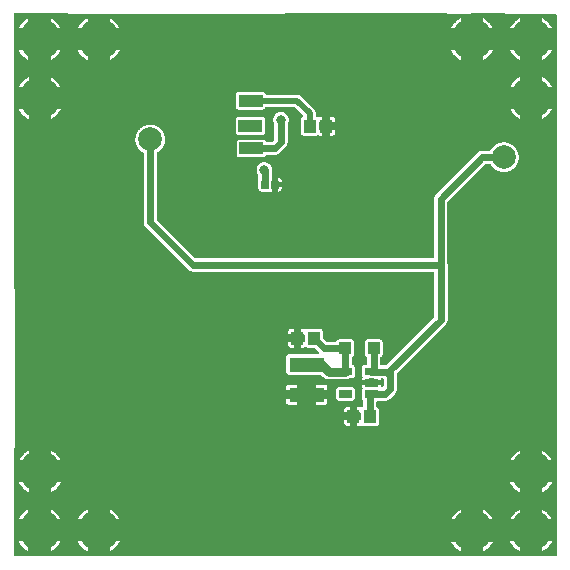
<source format=gbl>
G04 Layer: BottomLayer*
G04 EasyEDA v6.3.22, 2020-01-22T11:07:26+01:00*
G04 c2129058598944f0bb6b3e408993b306,6ac03ef627a24f5ab7c901ca926ad83b,10*
G04 Gerber Generator version 0.2*
G04 Scale: 100 percent, Rotated: No, Reflected: No *
G04 Dimensions in millimeters *
G04 leading zeros omitted , absolute positions ,3 integer and 3 decimal *
%FSLAX33Y33*%
%MOMM*%
G90*
G71D02*

%ADD11C,1.999996*%
%ADD12C,0.499999*%
%ADD13C,0.599999*%
%ADD14C,0.799998*%
%ADD18C,3.499993*%
%ADD19R,1.999996X0.999998*%
%ADD20R,2.999994X1.199998*%

%LPD*%
G36*
G01X1917Y45997D02*
G01X104Y45997D01*
G01X89Y45996D01*
G01X75Y45993D01*
G01X61Y45988D01*
G01X49Y45981D01*
G01X37Y45972D01*
G01X27Y45962D01*
G01X18Y45950D01*
G01X11Y45938D01*
G01X6Y45924D01*
G01X3Y45910D01*
G01X2Y45895D01*
G01X2Y36851D01*
G01X3Y36835D01*
G01X7Y36819D01*
G01X13Y36805D01*
G01X22Y36791D01*
G01X32Y36779D01*
G01X44Y36768D01*
G01X58Y36760D01*
G01X2Y36648D01*
G01X2Y36083D01*
G01X100Y9400D01*
G01X4Y8863D01*
G01X2Y8845D01*
G01X2Y104D01*
G01X3Y89D01*
G01X6Y75D01*
G01X11Y62D01*
G01X18Y49D01*
G01X27Y37D01*
G01X37Y27D01*
G01X49Y18D01*
G01X61Y11D01*
G01X75Y6D01*
G01X89Y3D01*
G01X104Y2D01*
G01X45891Y2D01*
G01X45905Y3D01*
G01X45920Y6D01*
G01X45934Y12D01*
G01X45947Y19D01*
G01X45959Y29D01*
G01X45969Y39D01*
G01X45978Y51D01*
G01X45985Y65D01*
G01X45989Y79D01*
G01X45992Y94D01*
G01X45996Y144D01*
G01X45997Y154D01*
G01X45997Y45810D01*
G01X45996Y45824D01*
G01X45993Y45838D01*
G01X45988Y45851D01*
G01X45981Y45864D01*
G01X45972Y45876D01*
G01X45962Y45886D01*
G01X45951Y45894D01*
G01X45938Y45901D01*
G01X45925Y45907D01*
G01X45911Y45910D01*
G01X45897Y45911D01*
G01X44416Y45931D01*
G01X43260Y45946D01*
G01X39992Y45989D01*
G01X39987Y45989D01*
G01X39253Y45970D01*
G01X38229Y45941D01*
G01X36699Y45899D01*
G01X36698Y45915D01*
G01X36693Y45930D01*
G01X36687Y45944D01*
G01X36679Y45957D01*
G01X36668Y45969D01*
G01X36656Y45979D01*
G01X36643Y45986D01*
G01X36629Y45992D01*
G01X36614Y45996D01*
G01X36598Y45997D01*
G01X36238Y45997D01*
G01X9400Y45949D01*
G01X7652Y45960D01*
G01X6775Y45966D01*
G01X2458Y45993D01*
G01X1969Y45996D01*
G01X1917Y45997D01*
G37*

%LPC*%
G36*
G01X37881Y1261D02*
G01X37046Y1261D01*
G01X37078Y1203D01*
G01X37112Y1146D01*
G01X37148Y1090D01*
G01X37186Y1035D01*
G01X37225Y981D01*
G01X37266Y929D01*
G01X37310Y878D01*
G01X37354Y829D01*
G01X37400Y781D01*
G01X37448Y735D01*
G01X37498Y690D01*
G01X37548Y647D01*
G01X37601Y606D01*
G01X37654Y566D01*
G01X37709Y528D01*
G01X37765Y492D01*
G01X37823Y458D01*
G01X37881Y426D01*
G01X37881Y1261D01*
G37*
G36*
G01X40593Y1261D02*
G01X39758Y1261D01*
G01X39758Y426D01*
G01X39816Y458D01*
G01X39873Y492D01*
G01X39929Y528D01*
G01X39984Y566D01*
G01X40038Y606D01*
G01X40090Y647D01*
G01X40141Y690D01*
G01X40190Y735D01*
G01X40238Y781D01*
G01X40284Y829D01*
G01X40329Y878D01*
G01X40372Y929D01*
G01X40413Y981D01*
G01X40453Y1035D01*
G01X40491Y1090D01*
G01X40527Y1146D01*
G01X40561Y1203D01*
G01X40593Y1261D01*
G37*
G36*
G01X42871Y1271D02*
G01X42036Y1271D01*
G01X42068Y1213D01*
G01X42102Y1156D01*
G01X42138Y1099D01*
G01X42176Y1045D01*
G01X42215Y991D01*
G01X42256Y939D01*
G01X42300Y888D01*
G01X42344Y839D01*
G01X42391Y791D01*
G01X42438Y745D01*
G01X42488Y700D01*
G01X42538Y657D01*
G01X42591Y616D01*
G01X42645Y576D01*
G01X42699Y538D01*
G01X42755Y503D01*
G01X42813Y468D01*
G01X42871Y436D01*
G01X42871Y1271D01*
G37*
G36*
G01X45583Y1271D02*
G01X44748Y1271D01*
G01X44748Y436D01*
G01X44806Y468D01*
G01X44864Y503D01*
G01X44919Y538D01*
G01X44974Y576D01*
G01X45028Y616D01*
G01X45080Y657D01*
G01X45131Y700D01*
G01X45181Y745D01*
G01X45228Y791D01*
G01X45274Y839D01*
G01X45319Y888D01*
G01X45362Y939D01*
G01X45404Y991D01*
G01X45443Y1045D01*
G01X45481Y1099D01*
G01X45517Y1156D01*
G01X45551Y1213D01*
G01X45583Y1271D01*
G37*
G36*
G01X6271Y1281D02*
G01X5436Y1281D01*
G01X5468Y1223D01*
G01X5502Y1166D01*
G01X5538Y1110D01*
G01X5576Y1055D01*
G01X5615Y1001D01*
G01X5657Y949D01*
G01X5700Y898D01*
G01X5744Y849D01*
G01X5791Y801D01*
G01X5838Y754D01*
G01X5888Y710D01*
G01X5939Y667D01*
G01X5991Y625D01*
G01X6044Y586D01*
G01X6099Y548D01*
G01X6155Y513D01*
G01X6212Y479D01*
G01X6271Y446D01*
G01X6271Y1281D01*
G37*
G36*
G01X8983Y1281D02*
G01X8148Y1281D01*
G01X8148Y446D01*
G01X8206Y479D01*
G01X8264Y513D01*
G01X8320Y548D01*
G01X8374Y586D01*
G01X8428Y625D01*
G01X8480Y667D01*
G01X8531Y710D01*
G01X8580Y754D01*
G01X8628Y801D01*
G01X8675Y849D01*
G01X8719Y898D01*
G01X8762Y949D01*
G01X8804Y1001D01*
G01X8843Y1055D01*
G01X8881Y1110D01*
G01X8917Y1166D01*
G01X8951Y1223D01*
G01X8983Y1281D01*
G37*
G36*
G01X3973Y1281D02*
G01X3138Y1281D01*
G01X3138Y446D01*
G01X3196Y478D01*
G01X3253Y512D01*
G01X3310Y548D01*
G01X3364Y586D01*
G01X3418Y625D01*
G01X3470Y667D01*
G01X3521Y710D01*
G01X3570Y754D01*
G01X3618Y801D01*
G01X3664Y849D01*
G01X3709Y898D01*
G01X3752Y949D01*
G01X3793Y1001D01*
G01X3833Y1055D01*
G01X3871Y1110D01*
G01X3907Y1166D01*
G01X3941Y1223D01*
G01X3973Y1281D01*
G37*
G36*
G01X1261Y1281D02*
G01X426Y1281D01*
G01X458Y1223D01*
G01X492Y1166D01*
G01X528Y1110D01*
G01X565Y1055D01*
G01X605Y1001D01*
G01X647Y949D01*
G01X689Y898D01*
G01X734Y849D01*
G01X780Y801D01*
G01X829Y754D01*
G01X878Y710D01*
G01X929Y667D01*
G01X981Y625D01*
G01X1034Y586D01*
G01X1089Y548D01*
G01X1145Y512D01*
G01X1202Y478D01*
G01X1261Y446D01*
G01X1261Y1281D01*
G37*
G36*
G01X37881Y3138D02*
G01X37881Y3973D01*
G01X37823Y3941D01*
G01X37765Y3907D01*
G01X37709Y3871D01*
G01X37654Y3833D01*
G01X37601Y3794D01*
G01X37548Y3753D01*
G01X37498Y3710D01*
G01X37448Y3665D01*
G01X37400Y3619D01*
G01X37354Y3571D01*
G01X37310Y3522D01*
G01X37266Y3471D01*
G01X37225Y3418D01*
G01X37186Y3365D01*
G01X37148Y3310D01*
G01X37112Y3254D01*
G01X37078Y3196D01*
G01X37046Y3138D01*
G01X37881Y3138D01*
G37*
G36*
G01X39816Y3941D02*
G01X39758Y3973D01*
G01X39758Y3138D01*
G01X40593Y3138D01*
G01X40561Y3196D01*
G01X40527Y3254D01*
G01X40491Y3310D01*
G01X40453Y3365D01*
G01X40413Y3418D01*
G01X40372Y3471D01*
G01X40329Y3522D01*
G01X40284Y3571D01*
G01X40238Y3619D01*
G01X40190Y3665D01*
G01X40141Y3710D01*
G01X40090Y3753D01*
G01X40038Y3794D01*
G01X39984Y3833D01*
G01X39929Y3871D01*
G01X39873Y3907D01*
G01X39816Y3941D01*
G37*
G36*
G01X42871Y3148D02*
G01X42871Y3983D01*
G01X42813Y3951D01*
G01X42755Y3917D01*
G01X42699Y3881D01*
G01X42645Y3844D01*
G01X42591Y3804D01*
G01X42538Y3762D01*
G01X42488Y3720D01*
G01X42438Y3675D01*
G01X42391Y3629D01*
G01X42344Y3580D01*
G01X42300Y3531D01*
G01X42256Y3480D01*
G01X42215Y3428D01*
G01X42176Y3375D01*
G01X42138Y3320D01*
G01X42102Y3264D01*
G01X42068Y3207D01*
G01X42036Y3148D01*
G01X42871Y3148D01*
G37*
G36*
G01X44806Y3951D02*
G01X44748Y3983D01*
G01X44748Y3148D01*
G01X45583Y3148D01*
G01X45551Y3207D01*
G01X45517Y3264D01*
G01X45481Y3320D01*
G01X45443Y3375D01*
G01X45404Y3428D01*
G01X45362Y3480D01*
G01X45319Y3531D01*
G01X45274Y3580D01*
G01X45228Y3629D01*
G01X45181Y3675D01*
G01X45131Y3720D01*
G01X45080Y3762D01*
G01X45028Y3804D01*
G01X44974Y3844D01*
G01X44919Y3881D01*
G01X44864Y3917D01*
G01X44806Y3951D01*
G37*
G36*
G01X6271Y3158D02*
G01X6271Y3993D01*
G01X6212Y3961D01*
G01X6155Y3927D01*
G01X6099Y3891D01*
G01X6044Y3854D01*
G01X5991Y3814D01*
G01X5939Y3773D01*
G01X5888Y3730D01*
G01X5838Y3685D01*
G01X5791Y3639D01*
G01X5744Y3591D01*
G01X5700Y3541D01*
G01X5657Y3491D01*
G01X5615Y3438D01*
G01X5576Y3385D01*
G01X5538Y3330D01*
G01X5502Y3274D01*
G01X5468Y3217D01*
G01X5436Y3158D01*
G01X6271Y3158D01*
G37*
G36*
G01X8206Y3961D02*
G01X8148Y3993D01*
G01X8148Y3158D01*
G01X8983Y3158D01*
G01X8951Y3217D01*
G01X8917Y3274D01*
G01X8881Y3330D01*
G01X8843Y3385D01*
G01X8804Y3438D01*
G01X8762Y3491D01*
G01X8719Y3541D01*
G01X8675Y3591D01*
G01X8628Y3639D01*
G01X8580Y3685D01*
G01X8531Y3730D01*
G01X8480Y3773D01*
G01X8428Y3814D01*
G01X8374Y3854D01*
G01X8320Y3891D01*
G01X8264Y3927D01*
G01X8206Y3961D01*
G37*
G36*
G01X1261Y3158D02*
G01X1261Y3993D01*
G01X1202Y3961D01*
G01X1145Y3927D01*
G01X1089Y3891D01*
G01X1034Y3853D01*
G01X981Y3814D01*
G01X929Y3773D01*
G01X878Y3730D01*
G01X829Y3685D01*
G01X780Y3638D01*
G01X734Y3591D01*
G01X689Y3541D01*
G01X647Y3491D01*
G01X605Y3438D01*
G01X565Y3385D01*
G01X528Y3330D01*
G01X492Y3274D01*
G01X458Y3217D01*
G01X426Y3158D01*
G01X1261Y3158D01*
G37*
G36*
G01X3196Y3961D02*
G01X3138Y3993D01*
G01X3138Y3158D01*
G01X3973Y3158D01*
G01X3941Y3217D01*
G01X3907Y3274D01*
G01X3871Y3330D01*
G01X3833Y3385D01*
G01X3793Y3438D01*
G01X3752Y3491D01*
G01X3709Y3541D01*
G01X3664Y3591D01*
G01X3618Y3638D01*
G01X3570Y3685D01*
G01X3521Y3730D01*
G01X3470Y3773D01*
G01X3418Y3814D01*
G01X3364Y3853D01*
G01X3310Y3891D01*
G01X3253Y3927D01*
G01X3196Y3961D01*
G37*
G36*
G01X45583Y6261D02*
G01X44748Y6261D01*
G01X44748Y5426D01*
G01X44806Y5459D01*
G01X44864Y5493D01*
G01X44919Y5528D01*
G01X44974Y5566D01*
G01X45028Y5605D01*
G01X45080Y5647D01*
G01X45131Y5690D01*
G01X45181Y5734D01*
G01X45228Y5781D01*
G01X45274Y5829D01*
G01X45319Y5878D01*
G01X45362Y5929D01*
G01X45404Y5981D01*
G01X45443Y6035D01*
G01X45481Y6090D01*
G01X45517Y6146D01*
G01X45551Y6203D01*
G01X45583Y6261D01*
G37*
G36*
G01X42871Y6261D02*
G01X42036Y6261D01*
G01X42068Y6203D01*
G01X42102Y6146D01*
G01X42138Y6090D01*
G01X42176Y6035D01*
G01X42215Y5981D01*
G01X42256Y5929D01*
G01X42300Y5878D01*
G01X42344Y5829D01*
G01X42391Y5781D01*
G01X42438Y5734D01*
G01X42488Y5690D01*
G01X42538Y5647D01*
G01X42591Y5605D01*
G01X42644Y5566D01*
G01X42699Y5528D01*
G01X42755Y5493D01*
G01X42812Y5459D01*
G01X42871Y5426D01*
G01X42871Y6261D01*
G37*
G36*
G01X1291Y6271D02*
G01X456Y6271D01*
G01X488Y6213D01*
G01X522Y6156D01*
G01X558Y6100D01*
G01X596Y6045D01*
G01X636Y5991D01*
G01X677Y5939D01*
G01X720Y5888D01*
G01X765Y5839D01*
G01X811Y5791D01*
G01X859Y5745D01*
G01X908Y5700D01*
G01X959Y5657D01*
G01X1011Y5616D01*
G01X1064Y5576D01*
G01X1119Y5538D01*
G01X1176Y5502D01*
G01X1232Y5468D01*
G01X1291Y5436D01*
G01X1291Y6271D01*
G37*
G36*
G01X4003Y6271D02*
G01X3168Y6271D01*
G01X3168Y5436D01*
G01X3226Y5468D01*
G01X3284Y5502D01*
G01X3340Y5538D01*
G01X3394Y5576D01*
G01X3448Y5616D01*
G01X3500Y5657D01*
G01X3551Y5700D01*
G01X3601Y5745D01*
G01X3648Y5791D01*
G01X3695Y5839D01*
G01X3739Y5888D01*
G01X3783Y5939D01*
G01X3824Y5991D01*
G01X3863Y6045D01*
G01X3901Y6100D01*
G01X3937Y6156D01*
G01X3971Y6213D01*
G01X4003Y6271D01*
G37*
G36*
G01X44806Y8941D02*
G01X44748Y8973D01*
G01X44748Y8138D01*
G01X45583Y8138D01*
G01X45551Y8197D01*
G01X45517Y8254D01*
G01X45481Y8310D01*
G01X45443Y8365D01*
G01X45404Y8418D01*
G01X45362Y8471D01*
G01X45319Y8521D01*
G01X45274Y8571D01*
G01X45228Y8619D01*
G01X45181Y8665D01*
G01X45131Y8710D01*
G01X45080Y8752D01*
G01X45028Y8794D01*
G01X44974Y8834D01*
G01X44919Y8871D01*
G01X44864Y8907D01*
G01X44806Y8941D01*
G37*
G36*
G01X42871Y8138D02*
G01X42871Y8973D01*
G01X42812Y8941D01*
G01X42755Y8907D01*
G01X42699Y8871D01*
G01X42644Y8834D01*
G01X42591Y8794D01*
G01X42538Y8752D01*
G01X42488Y8710D01*
G01X42438Y8665D01*
G01X42391Y8619D01*
G01X42344Y8571D01*
G01X42256Y8471D01*
G01X42215Y8418D01*
G01X42176Y8365D01*
G01X42138Y8310D01*
G01X42102Y8254D01*
G01X42068Y8197D01*
G01X42036Y8138D01*
G01X42871Y8138D01*
G37*
G36*
G01X3226Y8951D02*
G01X3168Y8983D01*
G01X3168Y8148D01*
G01X4003Y8148D01*
G01X3971Y8206D01*
G01X3937Y8264D01*
G01X3901Y8320D01*
G01X3863Y8374D01*
G01X3824Y8428D01*
G01X3783Y8481D01*
G01X3695Y8581D01*
G01X3601Y8675D01*
G01X3551Y8719D01*
G01X3500Y8763D01*
G01X3448Y8804D01*
G01X3394Y8843D01*
G01X3340Y8881D01*
G01X3284Y8917D01*
G01X3226Y8951D01*
G37*
G36*
G01X1291Y8148D02*
G01X1291Y8983D01*
G01X1232Y8951D01*
G01X1176Y8917D01*
G01X1119Y8881D01*
G01X1064Y8843D01*
G01X1011Y8804D01*
G01X959Y8763D01*
G01X908Y8719D01*
G01X859Y8675D01*
G01X811Y8628D01*
G01X765Y8581D01*
G01X720Y8531D01*
G01X677Y8481D01*
G01X636Y8428D01*
G01X596Y8374D01*
G01X558Y8320D01*
G01X522Y8264D01*
G01X488Y8206D01*
G01X456Y8148D01*
G01X1291Y8148D01*
G37*
G36*
G01X28456Y11511D02*
G01X28013Y11511D01*
G01X28013Y11300D01*
G01X28014Y11276D01*
G01X28017Y11252D01*
G01X28022Y11229D01*
G01X28030Y11207D01*
G01X28040Y11185D01*
G01X28051Y11164D01*
G01X28064Y11145D01*
G01X28080Y11127D01*
G01X28096Y11110D01*
G01X28114Y11095D01*
G01X28134Y11082D01*
G01X28155Y11070D01*
G01X28176Y11060D01*
G01X28199Y11053D01*
G01X28222Y11048D01*
G01X28245Y11044D01*
G01X28269Y11043D01*
G01X28456Y11043D01*
G01X28456Y11511D01*
G37*
G36*
G01X11620Y36565D02*
G01X11569Y36566D01*
G01X11518Y36565D01*
G01X11468Y36562D01*
G01X11418Y36557D01*
G01X11368Y36550D01*
G01X11318Y36541D01*
G01X11268Y36529D01*
G01X11220Y36516D01*
G01X11171Y36501D01*
G01X11124Y36484D01*
G01X11076Y36465D01*
G01X11031Y36445D01*
G01X10986Y36422D01*
G01X10941Y36398D01*
G01X10898Y36371D01*
G01X10855Y36343D01*
G01X10814Y36314D01*
G01X10736Y36250D01*
G01X10699Y36215D01*
G01X10663Y36180D01*
G01X10629Y36143D01*
G01X10596Y36104D01*
G01X10565Y36064D01*
G01X10535Y36023D01*
G01X10507Y35981D01*
G01X10481Y35938D01*
G01X10457Y35893D01*
G01X10434Y35848D01*
G01X10413Y35802D01*
G01X10394Y35755D01*
G01X10377Y35707D01*
G01X10362Y35659D01*
G01X10349Y35610D01*
G01X10338Y35561D01*
G01X10329Y35511D01*
G01X10322Y35461D01*
G01X10317Y35411D01*
G01X10314Y35360D01*
G01X10313Y35309D01*
G01X10314Y35258D01*
G01X10317Y35207D01*
G01X10322Y35155D01*
G01X10330Y35104D01*
G01X10339Y35054D01*
G01X10351Y35004D01*
G01X10364Y34954D01*
G01X10379Y34905D01*
G01X10397Y34857D01*
G01X10417Y34809D01*
G01X10438Y34762D01*
G01X10461Y34716D01*
G01X10487Y34672D01*
G01X10514Y34628D01*
G01X10543Y34585D01*
G01X10573Y34544D01*
G01X10605Y34503D01*
G01X10639Y34465D01*
G01X10674Y34427D01*
G01X10711Y34391D01*
G01X10749Y34357D01*
G01X10789Y34324D01*
G01X10830Y34293D01*
G01X10872Y34264D01*
G01X10916Y34236D01*
G01X10960Y34210D01*
G01X10973Y34202D01*
G01X10984Y34192D01*
G01X10995Y34179D01*
G01X11002Y34166D01*
G01X11008Y34152D01*
G01X11011Y34137D01*
G01X11012Y34121D01*
G01X11012Y28280D01*
G01X11014Y28244D01*
G01X11018Y28208D01*
G01X11023Y28172D01*
G01X11032Y28137D01*
G01X11042Y28102D01*
G01X11055Y28068D01*
G01X11070Y28035D01*
G01X11087Y28002D01*
G01X11106Y27972D01*
G01X11128Y27942D01*
G01X11151Y27914D01*
G01X11176Y27887D01*
G01X14775Y24286D01*
G01X14799Y24262D01*
G01X14825Y24241D01*
G01X14852Y24221D01*
G01X14880Y24203D01*
G01X14910Y24186D01*
G01X14940Y24171D01*
G01X14971Y24159D01*
G01X15003Y24147D01*
G01X15035Y24138D01*
G01X15068Y24131D01*
G01X15101Y24126D01*
G01X15135Y24123D01*
G01X15168Y24122D01*
G01X35531Y24122D01*
G01X35546Y24121D01*
G01X35560Y24118D01*
G01X35574Y24113D01*
G01X35586Y24106D01*
G01X35598Y24098D01*
G01X35608Y24087D01*
G01X35617Y24076D01*
G01X35624Y24063D01*
G01X35629Y24049D01*
G01X35632Y24035D01*
G01X35633Y24020D01*
G01X35633Y20321D01*
G01X35632Y20305D01*
G01X35628Y20290D01*
G01X35622Y20275D01*
G01X35613Y20261D01*
G01X35603Y20249D01*
G01X31587Y16235D01*
G01X31575Y16225D01*
G01X31561Y16216D01*
G01X31546Y16210D01*
G01X31531Y16207D01*
G01X31515Y16206D01*
G01X31148Y16206D01*
G01X31133Y16207D01*
G01X31119Y16210D01*
G01X31105Y16215D01*
G01X31093Y16222D01*
G01X31081Y16230D01*
G01X31071Y16241D01*
G01X31062Y16252D01*
G01X31055Y16265D01*
G01X31050Y16278D01*
G01X31047Y16293D01*
G01X31046Y16307D01*
G01X31046Y16798D01*
G01X31047Y16814D01*
G01X31051Y16830D01*
G01X31057Y16845D01*
G01X31066Y16859D01*
G01X31076Y16871D01*
G01X31089Y16881D01*
G01X31103Y16890D01*
G01X31124Y16901D01*
G01X31143Y16914D01*
G01X31162Y16929D01*
G01X31179Y16946D01*
G01X31194Y16964D01*
G01X31207Y16984D01*
G01X31219Y17005D01*
G01X31229Y17027D01*
G01X31236Y17049D01*
G01X31242Y17072D01*
G01X31245Y17096D01*
G01X31246Y17120D01*
G01X31246Y18119D01*
G01X31245Y18143D01*
G01X31242Y18167D01*
G01X31236Y18190D01*
G01X31229Y18212D01*
G01X31219Y18234D01*
G01X31207Y18255D01*
G01X31194Y18274D01*
G01X31179Y18293D01*
G01X31162Y18309D01*
G01X31144Y18324D01*
G01X31125Y18338D01*
G01X31104Y18349D01*
G01X31082Y18359D01*
G01X31060Y18366D01*
G01X31037Y18372D01*
G01X31013Y18375D01*
G01X30990Y18376D01*
G01X29990Y18376D01*
G01X29966Y18375D01*
G01X29943Y18372D01*
G01X29919Y18366D01*
G01X29897Y18359D01*
G01X29875Y18349D01*
G01X29855Y18338D01*
G01X29835Y18324D01*
G01X29817Y18309D01*
G01X29800Y18293D01*
G01X29785Y18274D01*
G01X29771Y18255D01*
G01X29760Y18234D01*
G01X29751Y18212D01*
G01X29743Y18190D01*
G01X29737Y18167D01*
G01X29734Y18143D01*
G01X29733Y18119D01*
G01X29733Y17120D01*
G01X29734Y17096D01*
G01X29737Y17072D01*
G01X29743Y17049D01*
G01X29751Y17027D01*
G01X29760Y17005D01*
G01X29772Y16984D01*
G01X29785Y16965D01*
G01X29800Y16946D01*
G01X29817Y16930D01*
G01X29836Y16914D01*
G01X29855Y16901D01*
G01X29876Y16890D01*
G01X29890Y16881D01*
G01X29902Y16871D01*
G01X29913Y16859D01*
G01X29922Y16845D01*
G01X29928Y16830D01*
G01X29931Y16814D01*
G01X29933Y16798D01*
G01X29933Y16333D01*
G01X29932Y16318D01*
G01X29929Y16304D01*
G01X29924Y16291D01*
G01X29917Y16278D01*
G01X29908Y16266D01*
G01X29898Y16256D01*
G01X29886Y16247D01*
G01X29873Y16240D01*
G01X29860Y16235D01*
G01X29846Y16232D01*
G01X29831Y16231D01*
G01X29770Y16231D01*
G01X29746Y16230D01*
G01X29723Y16227D01*
G01X29700Y16221D01*
G01X29677Y16214D01*
G01X29656Y16204D01*
G01X29635Y16193D01*
G01X29615Y16179D01*
G01X29597Y16164D01*
G01X29580Y16147D01*
G01X29565Y16129D01*
G01X29552Y16109D01*
G01X29540Y16089D01*
G01X29531Y16067D01*
G01X29523Y16045D01*
G01X29518Y16021D01*
G01X29514Y15998D01*
G01X29513Y15975D01*
G01X29513Y15324D01*
G01X29515Y15297D01*
G01X29519Y15270D01*
G01X29526Y15243D01*
G01X29537Y15217D01*
G01X29542Y15204D01*
G01X29545Y15189D01*
G01X29546Y15175D01*
G01X29545Y15160D01*
G01X29542Y15146D01*
G01X29537Y15132D01*
G01X29526Y15106D01*
G01X29519Y15080D01*
G01X29515Y15052D01*
G01X29513Y15025D01*
G01X29513Y14926D01*
G01X29972Y14926D01*
G01X29972Y14966D01*
G01X29973Y14981D01*
G01X29976Y14995D01*
G01X29981Y15008D01*
G01X29987Y15021D01*
G01X29996Y15033D01*
G01X30007Y15043D01*
G01X30018Y15052D01*
G01X30031Y15059D01*
G01X30044Y15064D01*
G01X30058Y15067D01*
G01X30073Y15068D01*
G01X30527Y15068D01*
G01X30541Y15067D01*
G01X30555Y15064D01*
G01X30569Y15059D01*
G01X30582Y15052D01*
G01X30593Y15043D01*
G01X30603Y15033D01*
G01X30612Y15021D01*
G01X30619Y15008D01*
G01X30624Y14995D01*
G01X30627Y14981D01*
G01X30628Y14966D01*
G01X30628Y14926D01*
G01X31087Y14926D01*
G01X31087Y14991D01*
G01X31088Y15005D01*
G01X31091Y15020D01*
G01X31096Y15033D01*
G01X31102Y15046D01*
G01X31111Y15057D01*
G01X31122Y15068D01*
G01X31133Y15077D01*
G01X31146Y15083D01*
G01X31159Y15088D01*
G01X31173Y15091D01*
G01X31188Y15092D01*
G01X31241Y15092D01*
G01X31256Y15091D01*
G01X31270Y15088D01*
G01X31284Y15083D01*
G01X31296Y15077D01*
G01X31308Y15068D01*
G01X31318Y15057D01*
G01X31327Y15046D01*
G01X31339Y15020D01*
G01X31342Y15005D01*
G01X31343Y14991D01*
G01X31343Y14461D01*
G01X31342Y14445D01*
G01X31338Y14430D01*
G01X31332Y14415D01*
G01X31323Y14401D01*
G01X31313Y14389D01*
G01X31260Y14336D01*
G01X31248Y14326D01*
G01X31234Y14318D01*
G01X31219Y14311D01*
G01X31204Y14307D01*
G01X31188Y14306D01*
G01X31173Y14307D01*
G01X31159Y14310D01*
G01X31146Y14316D01*
G01X31133Y14323D01*
G01X31122Y14331D01*
G01X31111Y14341D01*
G01X31102Y14353D01*
G01X31096Y14366D01*
G01X31091Y14379D01*
G01X31088Y14393D01*
G01X31087Y14408D01*
G01X31087Y14474D01*
G01X30628Y14474D01*
G01X30628Y14433D01*
G01X30627Y14418D01*
G01X30624Y14404D01*
G01X30619Y14391D01*
G01X30612Y14378D01*
G01X30603Y14366D01*
G01X30593Y14356D01*
G01X30582Y14348D01*
G01X30569Y14340D01*
G01X30555Y14335D01*
G01X30541Y14332D01*
G01X30527Y14331D01*
G01X30073Y14331D01*
G01X30058Y14332D01*
G01X30044Y14335D01*
G01X30031Y14340D01*
G01X30018Y14348D01*
G01X30007Y14356D01*
G01X29996Y14366D01*
G01X29987Y14378D01*
G01X29981Y14391D01*
G01X29976Y14404D01*
G01X29973Y14418D01*
G01X29972Y14433D01*
G01X29972Y14474D01*
G01X29513Y14474D01*
G01X29513Y14374D01*
G01X29515Y14347D01*
G01X29519Y14320D01*
G01X29526Y14293D01*
G01X29537Y14267D01*
G01X29542Y14254D01*
G01X29545Y14239D01*
G01X29546Y14225D01*
G01X29545Y14210D01*
G01X29542Y14196D01*
G01X29537Y14182D01*
G01X29526Y14157D01*
G01X29519Y14130D01*
G01X29515Y14102D01*
G01X29513Y14075D01*
G01X29513Y13425D01*
G01X29514Y13400D01*
G01X29518Y13376D01*
G01X29523Y13352D01*
G01X29532Y13329D01*
G01X29542Y13307D01*
G01X29554Y13285D01*
G01X29568Y13266D01*
G01X29584Y13247D01*
G01X29594Y13235D01*
G01X29602Y13222D01*
G01X29608Y13208D01*
G01X29611Y13192D01*
G01X29613Y13177D01*
G01X29613Y12721D01*
G01X29611Y12705D01*
G01X29608Y12689D01*
G01X29601Y12674D01*
G01X29593Y12660D01*
G01X29582Y12648D01*
G01X29570Y12638D01*
G01X29556Y12630D01*
G01X29526Y12612D01*
G01X29513Y12605D01*
G01X29499Y12600D01*
G01X29484Y12596D01*
G01X29469Y12595D01*
G01X29454Y12596D01*
G01X29440Y12600D01*
G01X29425Y12605D01*
G01X29412Y12612D01*
G01X29391Y12625D01*
G01X29368Y12637D01*
G01X29344Y12645D01*
G01X29319Y12651D01*
G01X29294Y12655D01*
G01X29269Y12656D01*
G01X29083Y12656D01*
G01X29083Y12188D01*
G01X29311Y12188D01*
G01X29325Y12187D01*
G01X29340Y12184D01*
G01X29353Y12179D01*
G01X29366Y12172D01*
G01X29378Y12163D01*
G01X29388Y12153D01*
G01X29404Y12129D01*
G01X29409Y12115D01*
G01X29412Y12101D01*
G01X29413Y12086D01*
G01X29413Y11612D01*
G01X29412Y11598D01*
G01X29409Y11584D01*
G01X29404Y11570D01*
G01X29388Y11546D01*
G01X29378Y11536D01*
G01X29366Y11527D01*
G01X29340Y11515D01*
G01X29325Y11512D01*
G01X29311Y11511D01*
G01X29083Y11511D01*
G01X29083Y11043D01*
G01X29269Y11043D01*
G01X29294Y11045D01*
G01X29319Y11048D01*
G01X29344Y11054D01*
G01X29368Y11063D01*
G01X29391Y11074D01*
G01X29412Y11087D01*
G01X29425Y11094D01*
G01X29440Y11100D01*
G01X29454Y11103D01*
G01X29469Y11104D01*
G01X29484Y11103D01*
G01X29499Y11100D01*
G01X29513Y11094D01*
G01X29526Y11087D01*
G01X29547Y11074D01*
G01X29570Y11063D01*
G01X29594Y11054D01*
G01X29619Y11048D01*
G01X29644Y11045D01*
G01X29669Y11043D01*
G01X30669Y11043D01*
G01X30693Y11044D01*
G01X30716Y11048D01*
G01X30740Y11053D01*
G01X30762Y11060D01*
G01X30783Y11070D01*
G01X30804Y11082D01*
G01X30824Y11095D01*
G01X30842Y11110D01*
G01X30859Y11127D01*
G01X30874Y11145D01*
G01X30887Y11164D01*
G01X30899Y11185D01*
G01X30908Y11207D01*
G01X30916Y11229D01*
G01X30921Y11252D01*
G01X30925Y11276D01*
G01X30926Y11300D01*
G01X30926Y12400D01*
G01X30925Y12423D01*
G01X30921Y12447D01*
G01X30916Y12470D01*
G01X30908Y12493D01*
G01X30899Y12514D01*
G01X30887Y12535D01*
G01X30874Y12555D01*
G01X30858Y12573D01*
G01X30841Y12590D01*
G01X30823Y12605D01*
G01X30803Y12618D01*
G01X30782Y12630D01*
G01X30769Y12638D01*
G01X30756Y12648D01*
G01X30746Y12660D01*
G01X30737Y12674D01*
G01X30731Y12689D01*
G01X30727Y12705D01*
G01X30726Y12721D01*
G01X30726Y13066D01*
G01X30727Y13081D01*
G01X30730Y13095D01*
G01X30735Y13109D01*
G01X30742Y13121D01*
G01X30751Y13133D01*
G01X30761Y13143D01*
G01X30773Y13152D01*
G01X30785Y13159D01*
G01X30799Y13164D01*
G01X30813Y13167D01*
G01X30827Y13168D01*
G01X30830Y13168D01*
G01X30853Y13169D01*
G01X30877Y13173D01*
G01X30900Y13178D01*
G01X30923Y13186D01*
G01X30941Y13191D01*
G01X30960Y13192D01*
G01X31460Y13192D01*
G01X31493Y13193D01*
G01X31527Y13196D01*
G01X31560Y13202D01*
G01X31593Y13209D01*
G01X31626Y13218D01*
G01X31657Y13229D01*
G01X31689Y13242D01*
G01X31719Y13256D01*
G01X31748Y13273D01*
G01X31776Y13291D01*
G01X31803Y13311D01*
G01X31829Y13333D01*
G01X31854Y13355D01*
G01X32293Y13795D01*
G01X32316Y13820D01*
G01X32337Y13845D01*
G01X32358Y13873D01*
G01X32376Y13901D01*
G01X32392Y13930D01*
G01X32407Y13960D01*
G01X32420Y13991D01*
G01X32431Y14023D01*
G01X32440Y14055D01*
G01X32447Y14088D01*
G01X32452Y14121D01*
G01X32455Y14155D01*
G01X32456Y14189D01*
G01X32456Y15488D01*
G01X32457Y15504D01*
G01X32461Y15520D01*
G01X32467Y15534D01*
G01X32475Y15548D01*
G01X32486Y15560D01*
G01X36583Y19655D01*
G01X36606Y19679D01*
G01X36627Y19705D01*
G01X36647Y19732D01*
G01X36665Y19760D01*
G01X36682Y19790D01*
G01X36697Y19820D01*
G01X36710Y19851D01*
G01X36721Y19883D01*
G01X36730Y19915D01*
G01X36737Y19948D01*
G01X36742Y19981D01*
G01X36745Y20015D01*
G01X36746Y20048D01*
G01X36746Y24679D01*
G01X36744Y24727D01*
G01X36738Y24775D01*
G01X36736Y24793D01*
G01X36736Y30017D01*
G01X36737Y30033D01*
G01X36741Y30048D01*
G01X36747Y30063D01*
G01X36755Y30077D01*
G01X36765Y30089D01*
G01X39890Y33213D01*
G01X39902Y33224D01*
G01X39916Y33232D01*
G01X39931Y33238D01*
G01X39946Y33242D01*
G01X39962Y33243D01*
G01X40321Y33243D01*
G01X40337Y33242D01*
G01X40352Y33239D01*
G01X40366Y33233D01*
G01X40379Y33225D01*
G01X40392Y33215D01*
G01X40402Y33203D01*
G01X40410Y33191D01*
G01X40436Y33146D01*
G01X40464Y33103D01*
G01X40493Y33061D01*
G01X40524Y33020D01*
G01X40557Y32980D01*
G01X40591Y32942D01*
G01X40627Y32905D01*
G01X40665Y32869D01*
G01X40704Y32836D01*
G01X40744Y32803D01*
G01X40785Y32773D01*
G01X40828Y32744D01*
G01X40872Y32717D01*
G01X40916Y32692D01*
G01X40962Y32669D01*
G01X41009Y32647D01*
G01X41057Y32627D01*
G01X41105Y32610D01*
G01X41154Y32594D01*
G01X41204Y32581D01*
G01X41254Y32570D01*
G01X41304Y32560D01*
G01X41355Y32553D01*
G01X41407Y32547D01*
G01X41458Y32544D01*
G01X41510Y32543D01*
G01X41560Y32544D01*
G01X41611Y32547D01*
G01X41661Y32552D01*
G01X41711Y32559D01*
G01X41761Y32568D01*
G01X41810Y32580D01*
G01X41859Y32593D01*
G01X41907Y32608D01*
G01X41955Y32625D01*
G01X42002Y32644D01*
G01X42048Y32665D01*
G01X42093Y32687D01*
G01X42138Y32711D01*
G01X42181Y32738D01*
G01X42223Y32766D01*
G01X42264Y32795D01*
G01X42304Y32827D01*
G01X42343Y32859D01*
G01X42380Y32894D01*
G01X42415Y32929D01*
G01X42450Y32966D01*
G01X42483Y33005D01*
G01X42514Y33045D01*
G01X42543Y33086D01*
G01X42571Y33128D01*
G01X42598Y33171D01*
G01X42622Y33216D01*
G01X42645Y33261D01*
G01X42665Y33307D01*
G01X42684Y33354D01*
G01X42701Y33402D01*
G01X42716Y33450D01*
G01X42729Y33499D01*
G01X42741Y33548D01*
G01X42750Y33598D01*
G01X42757Y33648D01*
G01X42762Y33698D01*
G01X42765Y33749D01*
G01X42766Y33799D01*
G01X42765Y33850D01*
G01X42762Y33901D01*
G01X42757Y33951D01*
G01X42750Y34001D01*
G01X42741Y34051D01*
G01X42729Y34100D01*
G01X42716Y34149D01*
G01X42701Y34198D01*
G01X42684Y34245D01*
G01X42665Y34292D01*
G01X42645Y34338D01*
G01X42622Y34384D01*
G01X42598Y34428D01*
G01X42571Y34471D01*
G01X42543Y34514D01*
G01X42514Y34554D01*
G01X42483Y34594D01*
G01X42450Y34633D01*
G01X42415Y34670D01*
G01X42380Y34706D01*
G01X42343Y34740D01*
G01X42304Y34773D01*
G01X42264Y34804D01*
G01X42223Y34834D01*
G01X42181Y34862D01*
G01X42138Y34888D01*
G01X42093Y34912D01*
G01X42048Y34935D01*
G01X42002Y34956D01*
G01X41955Y34974D01*
G01X41907Y34992D01*
G01X41859Y35006D01*
G01X41810Y35020D01*
G01X41761Y35031D01*
G01X41711Y35040D01*
G01X41661Y35047D01*
G01X41611Y35052D01*
G01X41560Y35055D01*
G01X41510Y35056D01*
G01X41458Y35055D01*
G01X41407Y35052D01*
G01X41355Y35047D01*
G01X41304Y35039D01*
G01X41254Y35030D01*
G01X41204Y35019D01*
G01X41154Y35005D01*
G01X41105Y34989D01*
G01X41057Y34972D01*
G01X41009Y34952D01*
G01X40962Y34931D01*
G01X40916Y34907D01*
G01X40872Y34882D01*
G01X40828Y34855D01*
G01X40785Y34827D01*
G01X40744Y34796D01*
G01X40704Y34764D01*
G01X40665Y34730D01*
G01X40627Y34694D01*
G01X40591Y34658D01*
G01X40557Y34619D01*
G01X40524Y34580D01*
G01X40493Y34539D01*
G01X40464Y34496D01*
G01X40436Y34453D01*
G01X40410Y34408D01*
G01X40402Y34396D01*
G01X40392Y34384D01*
G01X40379Y34374D01*
G01X40366Y34367D01*
G01X40352Y34361D01*
G01X40337Y34357D01*
G01X40321Y34356D01*
G01X39690Y34356D01*
G01X39656Y34355D01*
G01X39622Y34352D01*
G01X39589Y34347D01*
G01X39556Y34340D01*
G01X39524Y34331D01*
G01X39492Y34320D01*
G01X39461Y34307D01*
G01X39431Y34293D01*
G01X39402Y34276D01*
G01X39374Y34258D01*
G01X39346Y34238D01*
G01X39321Y34216D01*
G01X39296Y34193D01*
G01X35786Y30683D01*
G01X35763Y30658D01*
G01X35741Y30633D01*
G01X35722Y30606D01*
G01X35703Y30578D01*
G01X35687Y30548D01*
G01X35672Y30518D01*
G01X35659Y30487D01*
G01X35648Y30455D01*
G01X35639Y30423D01*
G01X35632Y30390D01*
G01X35627Y30357D01*
G01X35624Y30323D01*
G01X35623Y30290D01*
G01X35623Y25337D01*
G01X35622Y25322D01*
G01X35619Y25308D01*
G01X35614Y25294D01*
G01X35607Y25282D01*
G01X35598Y25271D01*
G01X35588Y25260D01*
G01X35576Y25251D01*
G01X35564Y25245D01*
G01X35550Y25240D01*
G01X35536Y25237D01*
G01X35521Y25236D01*
G01X15441Y25236D01*
G01X15425Y25237D01*
G01X15410Y25240D01*
G01X15395Y25246D01*
G01X15381Y25255D01*
G01X15369Y25265D01*
G01X12155Y28481D01*
G01X12145Y28493D01*
G01X12137Y28507D01*
G01X12131Y28522D01*
G01X12127Y28537D01*
G01X12126Y28553D01*
G01X12126Y34121D01*
G01X12127Y34137D01*
G01X12131Y34152D01*
G01X12136Y34166D01*
G01X12144Y34179D01*
G01X12154Y34192D01*
G01X12165Y34202D01*
G01X12178Y34210D01*
G01X12222Y34236D01*
G01X12266Y34264D01*
G01X12308Y34293D01*
G01X12349Y34324D01*
G01X12389Y34357D01*
G01X12427Y34391D01*
G01X12464Y34427D01*
G01X12499Y34465D01*
G01X12533Y34503D01*
G01X12565Y34544D01*
G01X12596Y34585D01*
G01X12625Y34628D01*
G01X12652Y34672D01*
G01X12677Y34716D01*
G01X12701Y34762D01*
G01X12722Y34809D01*
G01X12741Y34857D01*
G01X12759Y34905D01*
G01X12775Y34954D01*
G01X12788Y35004D01*
G01X12800Y35054D01*
G01X12809Y35104D01*
G01X12816Y35155D01*
G01X12821Y35207D01*
G01X12824Y35258D01*
G01X12826Y35309D01*
G01X12824Y35360D01*
G01X12821Y35411D01*
G01X12816Y35461D01*
G01X12809Y35511D01*
G01X12801Y35561D01*
G01X12789Y35610D01*
G01X12776Y35659D01*
G01X12761Y35707D01*
G01X12744Y35755D01*
G01X12725Y35802D01*
G01X12705Y35848D01*
G01X12682Y35893D01*
G01X12657Y35938D01*
G01X12631Y35981D01*
G01X12603Y36023D01*
G01X12574Y36064D01*
G01X12543Y36104D01*
G01X12510Y36143D01*
G01X12475Y36180D01*
G01X12439Y36215D01*
G01X12402Y36250D01*
G01X12364Y36282D01*
G01X12324Y36314D01*
G01X12283Y36343D01*
G01X12241Y36371D01*
G01X12198Y36398D01*
G01X12153Y36422D01*
G01X12108Y36445D01*
G01X12062Y36465D01*
G01X12015Y36484D01*
G01X11967Y36501D01*
G01X11919Y36516D01*
G01X11870Y36529D01*
G01X11821Y36541D01*
G01X11771Y36550D01*
G01X11721Y36557D01*
G01X11670Y36562D01*
G01X11620Y36565D01*
G37*
G36*
G01X28456Y12656D02*
G01X28269Y12656D01*
G01X28245Y12655D01*
G01X28222Y12652D01*
G01X28199Y12646D01*
G01X28176Y12639D01*
G01X28155Y12629D01*
G01X28134Y12618D01*
G01X28114Y12604D01*
G01X28096Y12589D01*
G01X28080Y12573D01*
G01X28064Y12554D01*
G01X28051Y12535D01*
G01X28040Y12514D01*
G01X28030Y12492D01*
G01X28022Y12470D01*
G01X28017Y12447D01*
G01X28014Y12423D01*
G01X28013Y12399D01*
G01X28013Y12188D01*
G01X28456Y12188D01*
G01X28456Y12656D01*
G37*
G36*
G01X24005Y13336D02*
G01X23062Y13336D01*
G01X23062Y13099D01*
G01X23063Y13076D01*
G01X23066Y13053D01*
G01X23072Y13029D01*
G01X23079Y13007D01*
G01X23089Y12985D01*
G01X23100Y12965D01*
G01X23114Y12945D01*
G01X23129Y12927D01*
G01X23146Y12910D01*
G01X23164Y12895D01*
G01X23184Y12881D01*
G01X23204Y12870D01*
G01X23226Y12860D01*
G01X23249Y12853D01*
G01X23271Y12847D01*
G01X23295Y12844D01*
G01X23319Y12843D01*
G01X24005Y12843D01*
G01X24005Y13336D01*
G37*
G36*
G01X26575Y13336D02*
G01X25632Y13336D01*
G01X25632Y12843D01*
G01X26318Y12843D01*
G01X26342Y12844D01*
G01X26366Y12847D01*
G01X26389Y12853D01*
G01X26411Y12860D01*
G01X26433Y12870D01*
G01X26454Y12881D01*
G01X26473Y12895D01*
G01X26492Y12910D01*
G01X26508Y12927D01*
G01X26523Y12945D01*
G01X26537Y12965D01*
G01X26548Y12985D01*
G01X26558Y13007D01*
G01X26565Y13029D01*
G01X26571Y13053D01*
G01X26574Y13076D01*
G01X26575Y13099D01*
G01X26575Y13336D01*
G37*
G36*
G01X28630Y14331D02*
G01X27570Y14331D01*
G01X27546Y14330D01*
G01X27522Y14327D01*
G01X27500Y14322D01*
G01X27477Y14314D01*
G01X27455Y14304D01*
G01X27435Y14293D01*
G01X27415Y14279D01*
G01X27397Y14264D01*
G01X27380Y14247D01*
G01X27365Y14229D01*
G01X27352Y14210D01*
G01X27340Y14189D01*
G01X27330Y14167D01*
G01X27323Y14145D01*
G01X27318Y14122D01*
G01X27314Y14098D01*
G01X27313Y14075D01*
G01X27313Y13425D01*
G01X27314Y13401D01*
G01X27318Y13377D01*
G01X27323Y13354D01*
G01X27330Y13332D01*
G01X27340Y13310D01*
G01X27352Y13289D01*
G01X27365Y13270D01*
G01X27380Y13252D01*
G01X27397Y13235D01*
G01X27415Y13220D01*
G01X27435Y13207D01*
G01X27455Y13195D01*
G01X27477Y13185D01*
G01X27500Y13178D01*
G01X27522Y13173D01*
G01X27546Y13169D01*
G01X27570Y13168D01*
G01X28630Y13168D01*
G01X28653Y13169D01*
G01X28677Y13173D01*
G01X28700Y13178D01*
G01X28722Y13185D01*
G01X28744Y13195D01*
G01X28765Y13207D01*
G01X28784Y13220D01*
G01X28803Y13235D01*
G01X28819Y13252D01*
G01X28835Y13270D01*
G01X28848Y13289D01*
G01X28859Y13310D01*
G01X28869Y13332D01*
G01X28877Y13354D01*
G01X28882Y13377D01*
G01X28885Y13401D01*
G01X28886Y13425D01*
G01X28886Y14075D01*
G01X28885Y14098D01*
G01X28882Y14122D01*
G01X28877Y14145D01*
G01X28869Y14167D01*
G01X28859Y14189D01*
G01X28848Y14210D01*
G01X28835Y14229D01*
G01X28819Y14247D01*
G01X28803Y14264D01*
G01X28784Y14279D01*
G01X28765Y14293D01*
G01X28744Y14304D01*
G01X28722Y14314D01*
G01X28700Y14322D01*
G01X28677Y14327D01*
G01X28653Y14330D01*
G01X28630Y14331D01*
G37*
G36*
G01X24005Y14556D02*
G01X23319Y14556D01*
G01X23295Y14555D01*
G01X23271Y14552D01*
G01X23249Y14546D01*
G01X23226Y14539D01*
G01X23204Y14529D01*
G01X23184Y14518D01*
G01X23164Y14505D01*
G01X23146Y14489D01*
G01X23129Y14473D01*
G01X23114Y14454D01*
G01X23100Y14434D01*
G01X23089Y14414D01*
G01X23079Y14392D01*
G01X23072Y14370D01*
G01X23066Y14347D01*
G01X23063Y14323D01*
G01X23062Y14300D01*
G01X23062Y14063D01*
G01X24005Y14063D01*
G01X24005Y14556D01*
G37*
G36*
G01X26318Y14556D02*
G01X25632Y14556D01*
G01X25632Y14063D01*
G01X26575Y14063D01*
G01X26575Y14300D01*
G01X26574Y14323D01*
G01X26571Y14347D01*
G01X26565Y14370D01*
G01X26558Y14392D01*
G01X26548Y14414D01*
G01X26537Y14434D01*
G01X26523Y14454D01*
G01X26508Y14473D01*
G01X26492Y14489D01*
G01X26473Y14505D01*
G01X26454Y14518D01*
G01X26433Y14529D01*
G01X26411Y14539D01*
G01X26389Y14546D01*
G01X26366Y14552D01*
G01X26342Y14555D01*
G01X26318Y14556D01*
G37*
G36*
G01X24520Y19286D02*
G01X24333Y19286D01*
G01X24333Y18818D01*
G01X24561Y18818D01*
G01X24576Y18817D01*
G01X24590Y18814D01*
G01X24603Y18809D01*
G01X24616Y18802D01*
G01X24628Y18793D01*
G01X24638Y18783D01*
G01X24647Y18771D01*
G01X24654Y18759D01*
G01X24659Y18745D01*
G01X24662Y18731D01*
G01X24663Y18716D01*
G01X24663Y18243D01*
G01X24662Y18228D01*
G01X24659Y18214D01*
G01X24654Y18201D01*
G01X24647Y18188D01*
G01X24638Y18176D01*
G01X24628Y18166D01*
G01X24616Y18157D01*
G01X24603Y18150D01*
G01X24590Y18145D01*
G01X24576Y18142D01*
G01X24561Y18141D01*
G01X24333Y18141D01*
G01X24333Y17673D01*
G01X24520Y17673D01*
G01X24545Y17674D01*
G01X24570Y17678D01*
G01X24594Y17684D01*
G01X24618Y17693D01*
G01X24641Y17703D01*
G01X24663Y17717D01*
G01X24676Y17724D01*
G01X24690Y17729D01*
G01X24705Y17733D01*
G01X24719Y17734D01*
G01X24735Y17733D01*
G01X24749Y17729D01*
G01X24763Y17724D01*
G01X24776Y17717D01*
G01X24798Y17703D01*
G01X24821Y17693D01*
G01X24844Y17684D01*
G01X24869Y17678D01*
G01X24894Y17674D01*
G01X24919Y17673D01*
G01X25397Y17673D01*
G01X25413Y17672D01*
G01X25428Y17668D01*
G01X25443Y17662D01*
G01X25457Y17654D01*
G01X25469Y17643D01*
G01X25833Y17279D01*
G01X25843Y17267D01*
G01X25851Y17254D01*
G01X25857Y17239D01*
G01X25861Y17223D01*
G01X25862Y17208D01*
G01X25861Y17193D01*
G01X25858Y17179D01*
G01X25853Y17165D01*
G01X25846Y17153D01*
G01X25837Y17141D01*
G01X25827Y17131D01*
G01X25816Y17122D01*
G01X25803Y17115D01*
G01X25789Y17110D01*
G01X25775Y17107D01*
G01X25761Y17106D01*
G01X23318Y17106D01*
G01X23295Y17105D01*
G01X23271Y17101D01*
G01X23248Y17096D01*
G01X23226Y17089D01*
G01X23204Y17079D01*
G01X23184Y17067D01*
G01X23164Y17054D01*
G01X23146Y17039D01*
G01X23129Y17022D01*
G01X23114Y17004D01*
G01X23100Y16985D01*
G01X23089Y16964D01*
G01X23079Y16942D01*
G01X23072Y16920D01*
G01X23066Y16897D01*
G01X23063Y16873D01*
G01X23062Y16849D01*
G01X23062Y15650D01*
G01X23063Y15626D01*
G01X23066Y15602D01*
G01X23072Y15579D01*
G01X23079Y15557D01*
G01X23089Y15535D01*
G01X23100Y15514D01*
G01X23114Y15495D01*
G01X23129Y15476D01*
G01X23146Y15460D01*
G01X23164Y15445D01*
G01X23184Y15431D01*
G01X23204Y15420D01*
G01X23226Y15410D01*
G01X23248Y15403D01*
G01X23271Y15397D01*
G01X23295Y15394D01*
G01X23318Y15393D01*
G01X25986Y15393D01*
G01X26001Y15391D01*
G01X26017Y15388D01*
G01X26032Y15382D01*
G01X26045Y15373D01*
G01X26057Y15363D01*
G01X26235Y15185D01*
G01X26262Y15160D01*
G01X26291Y15136D01*
G01X26319Y15114D01*
G01X26350Y15093D01*
G01X26382Y15075D01*
G01X26415Y15058D01*
G01X26449Y15043D01*
G01X26483Y15030D01*
G01X26518Y15019D01*
G01X26554Y15009D01*
G01X26590Y15002D01*
G01X26626Y14997D01*
G01X26663Y14994D01*
G01X26699Y14993D01*
G01X28100Y14993D01*
G01X28137Y14994D01*
G01X28173Y14997D01*
G01X28210Y15002D01*
G01X28246Y15009D01*
G01X28281Y15019D01*
G01X28316Y15030D01*
G01X28351Y15043D01*
G01X28385Y15058D01*
G01X28399Y15063D01*
G01X28413Y15067D01*
G01X28429Y15068D01*
G01X28630Y15068D01*
G01X28654Y15069D01*
G01X28677Y15072D01*
G01X28700Y15078D01*
G01X28723Y15085D01*
G01X28744Y15095D01*
G01X28765Y15107D01*
G01X28784Y15120D01*
G01X28803Y15135D01*
G01X28819Y15152D01*
G01X28835Y15170D01*
G01X28848Y15189D01*
G01X28859Y15210D01*
G01X28869Y15232D01*
G01X28877Y15254D01*
G01X28882Y15277D01*
G01X28885Y15301D01*
G01X28886Y15324D01*
G01X28886Y15975D01*
G01X28885Y15998D01*
G01X28882Y16022D01*
G01X28877Y16045D01*
G01X28869Y16068D01*
G01X28859Y16089D01*
G01X28848Y16110D01*
G01X28834Y16130D01*
G01X28819Y16148D01*
G01X28802Y16165D01*
G01X28784Y16180D01*
G01X28764Y16193D01*
G01X28743Y16205D01*
G01X28722Y16214D01*
G01X28708Y16221D01*
G01X28695Y16229D01*
G01X28684Y16239D01*
G01X28674Y16252D01*
G01X28666Y16265D01*
G01X28661Y16279D01*
G01X28657Y16294D01*
G01X28656Y16309D01*
G01X28656Y16804D01*
G01X28657Y16819D01*
G01X28661Y16834D01*
G01X28667Y16849D01*
G01X28675Y16862D01*
G01X28685Y16874D01*
G01X28697Y16885D01*
G01X28710Y16893D01*
G01X28730Y16905D01*
G01X28749Y16919D01*
G01X28766Y16934D01*
G01X28782Y16951D01*
G01X28796Y16968D01*
G01X28810Y16988D01*
G01X28820Y17008D01*
G01X28830Y17029D01*
G01X28837Y17051D01*
G01X28842Y17073D01*
G01X28845Y17096D01*
G01X28846Y17120D01*
G01X28846Y18119D01*
G01X28845Y18143D01*
G01X28842Y18167D01*
G01X28836Y18190D01*
G01X28829Y18212D01*
G01X28819Y18234D01*
G01X28808Y18255D01*
G01X28794Y18274D01*
G01X28779Y18293D01*
G01X28762Y18309D01*
G01X28744Y18324D01*
G01X28724Y18338D01*
G01X28704Y18349D01*
G01X28682Y18359D01*
G01X28660Y18366D01*
G01X28636Y18372D01*
G01X28613Y18375D01*
G01X28590Y18376D01*
G01X27589Y18376D01*
G01X27566Y18375D01*
G01X27542Y18372D01*
G01X27519Y18366D01*
G01X27497Y18359D01*
G01X27475Y18349D01*
G01X27454Y18337D01*
G01X27435Y18324D01*
G01X27416Y18308D01*
G01X27399Y18292D01*
G01X27384Y18273D01*
G01X27371Y18254D01*
G01X27351Y18219D01*
G01X27341Y18207D01*
G01X27328Y18196D01*
G01X27315Y18188D01*
G01X27300Y18181D01*
G01X27284Y18177D01*
G01X27268Y18176D01*
G01X26552Y18176D01*
G01X26536Y18177D01*
G01X26521Y18181D01*
G01X26506Y18187D01*
G01X26492Y18196D01*
G01X26480Y18206D01*
G01X26206Y18481D01*
G01X26196Y18492D01*
G01X26187Y18506D01*
G01X26181Y18521D01*
G01X26177Y18537D01*
G01X26176Y18552D01*
G01X26176Y19029D01*
G01X26175Y19053D01*
G01X26172Y19077D01*
G01X26166Y19100D01*
G01X26158Y19122D01*
G01X26149Y19144D01*
G01X26138Y19164D01*
G01X26124Y19184D01*
G01X26109Y19203D01*
G01X26092Y19219D01*
G01X26074Y19234D01*
G01X26054Y19248D01*
G01X26033Y19259D01*
G01X26012Y19269D01*
G01X25990Y19276D01*
G01X25966Y19282D01*
G01X25943Y19285D01*
G01X25919Y19286D01*
G01X24919Y19286D01*
G01X24894Y19285D01*
G01X24869Y19281D01*
G01X24845Y19275D01*
G01X24821Y19267D01*
G01X24798Y19255D01*
G01X24776Y19242D01*
G01X24763Y19235D01*
G01X24749Y19229D01*
G01X24735Y19226D01*
G01X24720Y19225D01*
G01X24705Y19226D01*
G01X24690Y19229D01*
G01X24676Y19235D01*
G01X24663Y19243D01*
G01X24641Y19255D01*
G01X24618Y19267D01*
G01X24594Y19275D01*
G01X24570Y19281D01*
G01X24545Y19285D01*
G01X24520Y19286D01*
G37*
G36*
G01X23706Y18141D02*
G01X23263Y18141D01*
G01X23263Y17929D01*
G01X23264Y17906D01*
G01X23267Y17883D01*
G01X23273Y17859D01*
G01X23280Y17837D01*
G01X23290Y17815D01*
G01X23301Y17794D01*
G01X23315Y17775D01*
G01X23330Y17757D01*
G01X23347Y17740D01*
G01X23365Y17725D01*
G01X23385Y17712D01*
G01X23405Y17700D01*
G01X23427Y17690D01*
G01X23449Y17683D01*
G01X23473Y17677D01*
G01X23496Y17674D01*
G01X23519Y17673D01*
G01X23706Y17673D01*
G01X23706Y18141D01*
G37*
G36*
G01X23706Y19286D02*
G01X23519Y19286D01*
G01X23496Y19285D01*
G01X23473Y19282D01*
G01X23449Y19276D01*
G01X23427Y19269D01*
G01X23405Y19259D01*
G01X23385Y19248D01*
G01X23365Y19235D01*
G01X23347Y19219D01*
G01X23330Y19203D01*
G01X23315Y19184D01*
G01X23301Y19164D01*
G01X23290Y19144D01*
G01X23280Y19122D01*
G01X23273Y19100D01*
G01X23267Y19077D01*
G01X23264Y19053D01*
G01X23263Y19030D01*
G01X23263Y18818D01*
G01X23706Y18818D01*
G01X23706Y19286D01*
G37*
G36*
G01X22690Y31244D02*
G01X22347Y31244D01*
G01X22347Y30888D01*
G01X22434Y30888D01*
G01X22457Y30889D01*
G01X22481Y30893D01*
G01X22504Y30898D01*
G01X22526Y30905D01*
G01X22548Y30915D01*
G01X22568Y30927D01*
G01X22588Y30940D01*
G01X22607Y30955D01*
G01X22623Y30972D01*
G01X22639Y30990D01*
G01X22652Y31009D01*
G01X22663Y31030D01*
G01X22673Y31052D01*
G01X22680Y31074D01*
G01X22686Y31097D01*
G01X22689Y31121D01*
G01X22690Y31145D01*
G01X22690Y31244D01*
G37*
G36*
G01X21266Y33385D02*
G01X21230Y33386D01*
G01X21193Y33385D01*
G01X21156Y33382D01*
G01X21120Y33377D01*
G01X21084Y33370D01*
G01X21048Y33360D01*
G01X21013Y33349D01*
G01X20978Y33336D01*
G01X20945Y33321D01*
G01X20912Y33304D01*
G01X20880Y33285D01*
G01X20850Y33265D01*
G01X20820Y33243D01*
G01X20792Y33219D01*
G01X20766Y33194D01*
G01X20740Y33167D01*
G01X20716Y33139D01*
G01X20694Y33110D01*
G01X20674Y33079D01*
G01X20655Y33047D01*
G01X20638Y33015D01*
G01X20623Y32981D01*
G01X20610Y32946D01*
G01X20599Y32911D01*
G01X20590Y32876D01*
G01X20582Y32839D01*
G01X20577Y32803D01*
G01X20574Y32766D01*
G01X20573Y32730D01*
G01X20574Y32690D01*
G01X20578Y32652D01*
G01X20584Y32613D01*
G01X20591Y32575D01*
G01X20602Y32538D01*
G01X20614Y32501D01*
G01X20629Y32465D01*
G01X20646Y32430D01*
G01X20664Y32395D01*
G01X20685Y32363D01*
G01X20708Y32331D01*
G01X20717Y32317D01*
G01X20723Y32302D01*
G01X20727Y32286D01*
G01X20729Y32269D01*
G01X20729Y31145D01*
G01X20730Y31121D01*
G01X20733Y31097D01*
G01X20739Y31074D01*
G01X20746Y31052D01*
G01X20756Y31030D01*
G01X20767Y31009D01*
G01X20781Y30990D01*
G01X20795Y30972D01*
G01X20812Y30955D01*
G01X20831Y30940D01*
G01X20850Y30927D01*
G01X20871Y30915D01*
G01X20893Y30905D01*
G01X20915Y30898D01*
G01X20938Y30893D01*
G01X20962Y30889D01*
G01X20985Y30888D01*
G01X21585Y30888D01*
G01X21615Y30890D01*
G01X21645Y30895D01*
G01X21674Y30904D01*
G01X21692Y30909D01*
G01X21709Y30910D01*
G01X21727Y30909D01*
G01X21745Y30904D01*
G01X21774Y30895D01*
G01X21803Y30890D01*
G01X21834Y30888D01*
G01X21920Y30888D01*
G01X21920Y31246D01*
G01X21906Y31251D01*
G01X21892Y31257D01*
G01X21880Y31266D01*
G01X21869Y31276D01*
G01X21859Y31288D01*
G01X21852Y31302D01*
G01X21846Y31315D01*
G01X21843Y31330D01*
G01X21842Y31345D01*
G01X21842Y31594D01*
G01X21843Y31609D01*
G01X21846Y31624D01*
G01X21852Y31638D01*
G01X21859Y31651D01*
G01X21869Y31663D01*
G01X21880Y31673D01*
G01X21892Y31682D01*
G01X21906Y31688D01*
G01X21920Y31693D01*
G01X21920Y32054D01*
G01X21906Y32058D01*
G01X21892Y32065D01*
G01X21880Y32073D01*
G01X21869Y32084D01*
G01X21859Y32096D01*
G01X21852Y32109D01*
G01X21846Y32123D01*
G01X21843Y32138D01*
G01X21842Y32152D01*
G01X21842Y32474D01*
G01X21844Y32492D01*
G01X21848Y32509D01*
G01X21859Y32544D01*
G01X21869Y32581D01*
G01X21877Y32617D01*
G01X21882Y32654D01*
G01X21885Y32692D01*
G01X21886Y32730D01*
G01X21885Y32766D01*
G01X21882Y32803D01*
G01X21877Y32839D01*
G01X21869Y32876D01*
G01X21860Y32911D01*
G01X21849Y32946D01*
G01X21836Y32981D01*
G01X21821Y33015D01*
G01X21804Y33047D01*
G01X21786Y33079D01*
G01X21765Y33110D01*
G01X21743Y33139D01*
G01X21719Y33167D01*
G01X21694Y33194D01*
G01X21667Y33219D01*
G01X21639Y33243D01*
G01X21609Y33265D01*
G01X21579Y33285D01*
G01X21547Y33304D01*
G01X21514Y33321D01*
G01X21481Y33336D01*
G01X21446Y33349D01*
G01X21411Y33360D01*
G01X21376Y33370D01*
G01X21340Y33377D01*
G01X21303Y33382D01*
G01X21266Y33385D01*
G37*
G36*
G01X22434Y32051D02*
G01X22347Y32051D01*
G01X22347Y31695D01*
G01X22690Y31695D01*
G01X22690Y31794D01*
G01X22689Y31818D01*
G01X22686Y31842D01*
G01X22680Y31864D01*
G01X22673Y31887D01*
G01X22663Y31909D01*
G01X22652Y31929D01*
G01X22639Y31949D01*
G01X22623Y31967D01*
G01X22607Y31984D01*
G01X22588Y31999D01*
G01X22568Y32013D01*
G01X22548Y32024D01*
G01X22526Y32034D01*
G01X22504Y32041D01*
G01X22481Y32047D01*
G01X22457Y32050D01*
G01X22434Y32051D01*
G37*
G36*
G01X22676Y37625D02*
G01X22640Y37626D01*
G01X22603Y37625D01*
G01X22566Y37622D01*
G01X22530Y37617D01*
G01X22493Y37609D01*
G01X22458Y37600D01*
G01X22423Y37589D01*
G01X22388Y37576D01*
G01X22355Y37561D01*
G01X22322Y37544D01*
G01X22290Y37526D01*
G01X22260Y37505D01*
G01X22230Y37483D01*
G01X22202Y37459D01*
G01X22175Y37434D01*
G01X22150Y37407D01*
G01X22126Y37379D01*
G01X22104Y37349D01*
G01X22084Y37319D01*
G01X22065Y37287D01*
G01X22048Y37254D01*
G01X22033Y37221D01*
G01X22020Y37186D01*
G01X22009Y37151D01*
G01X21999Y37116D01*
G01X21992Y37080D01*
G01X21987Y37043D01*
G01X21984Y37006D01*
G01X21983Y36970D01*
G01X21984Y36932D01*
G01X21987Y36894D01*
G01X21993Y36857D01*
G01X22000Y36819D01*
G01X22010Y36783D01*
G01X22022Y36747D01*
G01X22036Y36712D01*
G01X22052Y36677D01*
G01X22070Y36644D01*
G01X22077Y36628D01*
G01X22081Y36611D01*
G01X22083Y36593D01*
G01X22083Y35342D01*
G01X22082Y35326D01*
G01X22078Y35311D01*
G01X22072Y35296D01*
G01X22063Y35282D01*
G01X22053Y35271D01*
G01X21909Y35126D01*
G01X21896Y35116D01*
G01X21883Y35107D01*
G01X21868Y35101D01*
G01X21853Y35097D01*
G01X21837Y35096D01*
G01X21461Y35096D01*
G01X21445Y35097D01*
G01X21429Y35101D01*
G01X21414Y35107D01*
G01X21401Y35116D01*
G01X21388Y35127D01*
G01X21378Y35139D01*
G01X21358Y35174D01*
G01X21345Y35194D01*
G01X21330Y35212D01*
G01X21313Y35229D01*
G01X21295Y35244D01*
G01X21275Y35258D01*
G01X21254Y35270D01*
G01X21232Y35279D01*
G01X21210Y35287D01*
G01X21187Y35292D01*
G01X21163Y35295D01*
G01X21139Y35296D01*
G01X19139Y35296D01*
G01X19116Y35295D01*
G01X19092Y35292D01*
G01X19069Y35287D01*
G01X19046Y35279D01*
G01X19025Y35270D01*
G01X19004Y35258D01*
G01X18984Y35245D01*
G01X18967Y35230D01*
G01X18950Y35213D01*
G01X18935Y35195D01*
G01X18921Y35175D01*
G01X18910Y35154D01*
G01X18900Y35133D01*
G01X18893Y35111D01*
G01X18887Y35087D01*
G01X18884Y35064D01*
G01X18883Y35040D01*
G01X18883Y34040D01*
G01X18884Y34016D01*
G01X18887Y33993D01*
G01X18893Y33970D01*
G01X18900Y33947D01*
G01X18910Y33926D01*
G01X18921Y33905D01*
G01X18935Y33886D01*
G01X18950Y33867D01*
G01X18984Y33835D01*
G01X19004Y33822D01*
G01X19025Y33811D01*
G01X19046Y33801D01*
G01X19069Y33793D01*
G01X19092Y33788D01*
G01X19116Y33785D01*
G01X19139Y33784D01*
G01X21139Y33784D01*
G01X21163Y33785D01*
G01X21187Y33788D01*
G01X21210Y33793D01*
G01X21232Y33801D01*
G01X21254Y33811D01*
G01X21275Y33822D01*
G01X21294Y33835D01*
G01X21313Y33851D01*
G01X21329Y33867D01*
G01X21345Y33886D01*
G01X21358Y33906D01*
G01X21369Y33926D01*
G01X21378Y33940D01*
G01X21388Y33953D01*
G01X21400Y33963D01*
G01X21414Y33972D01*
G01X21428Y33978D01*
G01X21444Y33982D01*
G01X21460Y33983D01*
G01X22110Y33983D01*
G01X22143Y33984D01*
G01X22177Y33987D01*
G01X22210Y33992D01*
G01X22243Y33999D01*
G01X22275Y34008D01*
G01X22307Y34019D01*
G01X22338Y34032D01*
G01X22368Y34047D01*
G01X22397Y34063D01*
G01X22426Y34081D01*
G01X22453Y34102D01*
G01X22479Y34123D01*
G01X22503Y34146D01*
G01X23033Y34676D01*
G01X23056Y34701D01*
G01X23077Y34726D01*
G01X23097Y34753D01*
G01X23116Y34782D01*
G01X23132Y34811D01*
G01X23147Y34841D01*
G01X23160Y34872D01*
G01X23171Y34904D01*
G01X23180Y34936D01*
G01X23187Y34969D01*
G01X23192Y35002D01*
G01X23195Y35036D01*
G01X23196Y35069D01*
G01X23196Y36593D01*
G01X23197Y36611D01*
G01X23202Y36627D01*
G01X23210Y36644D01*
G01X23227Y36677D01*
G01X23243Y36711D01*
G01X23257Y36747D01*
G01X23269Y36783D01*
G01X23279Y36819D01*
G01X23286Y36857D01*
G01X23292Y36894D01*
G01X23295Y36932D01*
G01X23296Y36969D01*
G01X23295Y37006D01*
G01X23292Y37043D01*
G01X23287Y37080D01*
G01X23280Y37116D01*
G01X23270Y37151D01*
G01X23259Y37186D01*
G01X23246Y37221D01*
G01X23231Y37254D01*
G01X23214Y37287D01*
G01X23195Y37319D01*
G01X23175Y37349D01*
G01X23153Y37379D01*
G01X23129Y37407D01*
G01X23104Y37434D01*
G01X23077Y37459D01*
G01X23049Y37483D01*
G01X23020Y37505D01*
G01X22989Y37526D01*
G01X22957Y37544D01*
G01X22925Y37561D01*
G01X22891Y37576D01*
G01X22856Y37589D01*
G01X22821Y37600D01*
G01X22786Y37609D01*
G01X22749Y37617D01*
G01X22713Y37622D01*
G01X22676Y37625D01*
G37*
G36*
G01X27226Y36091D02*
G01X26783Y36091D01*
G01X26783Y35623D01*
G01X26970Y35623D01*
G01X26993Y35624D01*
G01X27017Y35628D01*
G01X27040Y35633D01*
G01X27062Y35640D01*
G01X27084Y35650D01*
G01X27105Y35662D01*
G01X27124Y35675D01*
G01X27142Y35690D01*
G01X27159Y35707D01*
G01X27174Y35725D01*
G01X27188Y35745D01*
G01X27199Y35765D01*
G01X27209Y35787D01*
G01X27217Y35810D01*
G01X27222Y35832D01*
G01X27225Y35856D01*
G01X27226Y35880D01*
G01X27226Y36091D01*
G37*
G36*
G01X21069Y39337D02*
G01X19069Y39337D01*
G01X19045Y39336D01*
G01X19022Y39333D01*
G01X18999Y39327D01*
G01X18976Y39320D01*
G01X18955Y39310D01*
G01X18934Y39298D01*
G01X18914Y39285D01*
G01X18896Y39270D01*
G01X18879Y39253D01*
G01X18864Y39235D01*
G01X18851Y39216D01*
G01X18839Y39195D01*
G01X18830Y39174D01*
G01X18822Y39151D01*
G01X18817Y39128D01*
G01X18814Y39104D01*
G01X18812Y39081D01*
G01X18812Y38081D01*
G01X18814Y38057D01*
G01X18817Y38034D01*
G01X18822Y38010D01*
G01X18830Y37988D01*
G01X18839Y37967D01*
G01X18851Y37946D01*
G01X18864Y37926D01*
G01X18879Y37908D01*
G01X18896Y37891D01*
G01X18914Y37876D01*
G01X18934Y37862D01*
G01X18955Y37851D01*
G01X18976Y37842D01*
G01X18999Y37834D01*
G01X19022Y37828D01*
G01X19045Y37825D01*
G01X19069Y37824D01*
G01X21069Y37824D01*
G01X21092Y37825D01*
G01X21115Y37828D01*
G01X21137Y37833D01*
G01X21159Y37841D01*
G01X21181Y37850D01*
G01X21201Y37861D01*
G01X21220Y37874D01*
G01X21238Y37888D01*
G01X21255Y37904D01*
G01X21270Y37921D01*
G01X21284Y37940D01*
G01X21295Y37960D01*
G01X21306Y37981D01*
G01X21313Y38003D01*
G01X21319Y38017D01*
G01X21328Y38031D01*
G01X21338Y38043D01*
G01X21350Y38053D01*
G01X21364Y38062D01*
G01X21379Y38068D01*
G01X21394Y38072D01*
G01X21410Y38073D01*
G01X23788Y38073D01*
G01X23803Y38072D01*
G01X23819Y38068D01*
G01X23834Y38062D01*
G01X23847Y38053D01*
G01X23859Y38043D01*
G01X24516Y37387D01*
G01X24526Y37375D01*
G01X24534Y37361D01*
G01X24540Y37346D01*
G01X24545Y37331D01*
G01X24546Y37315D01*
G01X24545Y37300D01*
G01X24541Y37285D01*
G01X24535Y37271D01*
G01X24527Y37257D01*
G01X24518Y37245D01*
G01X24506Y37235D01*
G01X24494Y37226D01*
G01X24480Y37220D01*
G01X24458Y37211D01*
G01X24436Y37199D01*
G01X24417Y37186D01*
G01X24398Y37170D01*
G01X24381Y37154D01*
G01X24366Y37135D01*
G01X24352Y37116D01*
G01X24340Y37095D01*
G01X24331Y37073D01*
G01X24323Y37051D01*
G01X24317Y37027D01*
G01X24314Y37003D01*
G01X24313Y36979D01*
G01X24313Y35880D01*
G01X24314Y35856D01*
G01X24317Y35832D01*
G01X24323Y35810D01*
G01X24330Y35787D01*
G01X24340Y35765D01*
G01X24351Y35745D01*
G01X24365Y35725D01*
G01X24380Y35707D01*
G01X24397Y35690D01*
G01X24415Y35675D01*
G01X24434Y35661D01*
G01X24455Y35650D01*
G01X24476Y35640D01*
G01X24499Y35633D01*
G01X24522Y35627D01*
G01X24546Y35624D01*
G01X24569Y35623D01*
G01X25569Y35623D01*
G01X25595Y35624D01*
G01X25620Y35628D01*
G01X25644Y35634D01*
G01X25668Y35643D01*
G01X25691Y35654D01*
G01X25713Y35667D01*
G01X25726Y35674D01*
G01X25740Y35680D01*
G01X25755Y35683D01*
G01X25770Y35684D01*
G01X25785Y35683D01*
G01X25799Y35680D01*
G01X25814Y35674D01*
G01X25826Y35667D01*
G01X25848Y35654D01*
G01X25871Y35643D01*
G01X25895Y35634D01*
G01X25919Y35628D01*
G01X25945Y35625D01*
G01X25969Y35623D01*
G01X26156Y35623D01*
G01X26156Y36091D01*
G01X25927Y36091D01*
G01X25913Y36092D01*
G01X25899Y36096D01*
G01X25885Y36101D01*
G01X25872Y36107D01*
G01X25861Y36116D01*
G01X25851Y36127D01*
G01X25842Y36138D01*
G01X25835Y36151D01*
G01X25830Y36164D01*
G01X25827Y36178D01*
G01X25826Y36193D01*
G01X25826Y36667D01*
G01X25827Y36681D01*
G01X25830Y36695D01*
G01X25835Y36709D01*
G01X25842Y36721D01*
G01X25851Y36733D01*
G01X25861Y36743D01*
G01X25872Y36752D01*
G01X25885Y36759D01*
G01X25899Y36764D01*
G01X25913Y36767D01*
G01X25927Y36768D01*
G01X26156Y36768D01*
G01X26156Y37237D01*
G01X25969Y37237D01*
G01X25944Y37235D01*
G01X25919Y37231D01*
G01X25895Y37225D01*
G01X25871Y37217D01*
G01X25848Y37206D01*
G01X25826Y37192D01*
G01X25813Y37185D01*
G01X25799Y37180D01*
G01X25785Y37176D01*
G01X25769Y37175D01*
G01X25754Y37176D01*
G01X25740Y37180D01*
G01X25726Y37185D01*
G01X25712Y37192D01*
G01X25692Y37205D01*
G01X25670Y37216D01*
G01X25647Y37224D01*
G01X25632Y37230D01*
G01X25618Y37239D01*
G01X25606Y37249D01*
G01X25596Y37261D01*
G01X25587Y37275D01*
G01X25581Y37289D01*
G01X25577Y37305D01*
G01X25576Y37321D01*
G01X25576Y37549D01*
G01X25575Y37582D01*
G01X25572Y37615D01*
G01X25566Y37648D01*
G01X25559Y37681D01*
G01X25549Y37713D01*
G01X25538Y37743D01*
G01X25524Y37773D01*
G01X25508Y37803D01*
G01X25491Y37831D01*
G01X25472Y37858D01*
G01X25450Y37884D01*
G01X25428Y37908D01*
G01X24398Y38938D01*
G01X24373Y38960D01*
G01X24348Y38981D01*
G01X24321Y39001D01*
G01X24293Y39018D01*
G01X24264Y39034D01*
G01X24233Y39048D01*
G01X24202Y39059D01*
G01X24171Y39069D01*
G01X24138Y39076D01*
G01X24106Y39082D01*
G01X24073Y39085D01*
G01X24040Y39086D01*
G01X21411Y39086D01*
G01X21395Y39087D01*
G01X21379Y39091D01*
G01X21364Y39097D01*
G01X21351Y39106D01*
G01X21339Y39116D01*
G01X21328Y39129D01*
G01X21320Y39143D01*
G01X21314Y39157D01*
G01X21306Y39179D01*
G01X21296Y39200D01*
G01X21284Y39220D01*
G01X21271Y39239D01*
G01X21256Y39257D01*
G01X21239Y39273D01*
G01X21221Y39287D01*
G01X21201Y39300D01*
G01X21181Y39311D01*
G01X21160Y39320D01*
G01X21138Y39328D01*
G01X21115Y39333D01*
G01X21092Y39336D01*
G01X21069Y39337D01*
G37*
G36*
G01X21059Y37197D02*
G01X19059Y37197D01*
G01X19035Y37196D01*
G01X19012Y37192D01*
G01X18989Y37187D01*
G01X18967Y37180D01*
G01X18945Y37170D01*
G01X18924Y37158D01*
G01X18905Y37145D01*
G01X18886Y37130D01*
G01X18870Y37113D01*
G01X18854Y37095D01*
G01X18841Y37075D01*
G01X18830Y37055D01*
G01X18820Y37033D01*
G01X18812Y37010D01*
G01X18807Y36988D01*
G01X18804Y36964D01*
G01X18803Y36940D01*
G01X18803Y35940D01*
G01X18804Y35917D01*
G01X18807Y35893D01*
G01X18812Y35870D01*
G01X18820Y35848D01*
G01X18830Y35826D01*
G01X18841Y35805D01*
G01X18854Y35786D01*
G01X18870Y35767D01*
G01X18886Y35751D01*
G01X18905Y35735D01*
G01X18924Y35722D01*
G01X18945Y35710D01*
G01X18967Y35701D01*
G01X18989Y35694D01*
G01X19012Y35688D01*
G01X19035Y35685D01*
G01X19059Y35684D01*
G01X21059Y35684D01*
G01X21083Y35685D01*
G01X21106Y35688D01*
G01X21129Y35694D01*
G01X21152Y35701D01*
G01X21173Y35710D01*
G01X21194Y35722D01*
G01X21214Y35735D01*
G01X21232Y35751D01*
G01X21249Y35767D01*
G01X21264Y35786D01*
G01X21277Y35805D01*
G01X21289Y35826D01*
G01X21298Y35848D01*
G01X21306Y35870D01*
G01X21311Y35893D01*
G01X21315Y35917D01*
G01X21316Y35940D01*
G01X21316Y36940D01*
G01X21315Y36964D01*
G01X21311Y36988D01*
G01X21306Y37010D01*
G01X21298Y37033D01*
G01X21289Y37055D01*
G01X21277Y37075D01*
G01X21264Y37095D01*
G01X21249Y37113D01*
G01X21232Y37130D01*
G01X21214Y37145D01*
G01X21194Y37158D01*
G01X21173Y37170D01*
G01X21152Y37180D01*
G01X21129Y37187D01*
G01X21106Y37192D01*
G01X21083Y37196D01*
G01X21059Y37197D01*
G37*
G36*
G01X26970Y37237D02*
G01X26783Y37237D01*
G01X26783Y36768D01*
G01X27226Y36768D01*
G01X27226Y36980D01*
G01X27225Y37003D01*
G01X27222Y37027D01*
G01X27217Y37050D01*
G01X27209Y37072D01*
G01X27199Y37094D01*
G01X27188Y37115D01*
G01X27174Y37134D01*
G01X27159Y37153D01*
G01X27142Y37169D01*
G01X27124Y37185D01*
G01X27105Y37198D01*
G01X27084Y37210D01*
G01X27062Y37219D01*
G01X27040Y37226D01*
G01X27017Y37232D01*
G01X26993Y37235D01*
G01X26970Y37237D01*
G37*
G36*
G01X1271Y37871D02*
G01X436Y37871D01*
G01X468Y37813D01*
G01X502Y37756D01*
G01X538Y37699D01*
G01X576Y37644D01*
G01X615Y37591D01*
G01X657Y37539D01*
G01X700Y37488D01*
G01X744Y37439D01*
G01X790Y37391D01*
G01X839Y37345D01*
G01X888Y37300D01*
G01X939Y37257D01*
G01X991Y37216D01*
G01X1044Y37176D01*
G01X1099Y37138D01*
G01X1155Y37102D01*
G01X1213Y37068D01*
G01X1271Y37036D01*
G01X1271Y37871D01*
G37*
G36*
G01X3983Y37871D02*
G01X3148Y37871D01*
G01X3148Y37036D01*
G01X3207Y37068D01*
G01X3263Y37102D01*
G01X3320Y37138D01*
G01X3375Y37176D01*
G01X3428Y37216D01*
G01X3480Y37257D01*
G01X3531Y37300D01*
G01X3580Y37345D01*
G01X3628Y37391D01*
G01X3674Y37439D01*
G01X3719Y37488D01*
G01X3762Y37539D01*
G01X3803Y37591D01*
G01X3843Y37644D01*
G01X3881Y37699D01*
G01X3917Y37756D01*
G01X3951Y37813D01*
G01X3983Y37871D01*
G37*
G36*
G01X45593Y37901D02*
G01X44758Y37901D01*
G01X44758Y37066D01*
G01X44816Y37098D01*
G01X44874Y37132D01*
G01X44930Y37168D01*
G01X44984Y37206D01*
G01X45038Y37246D01*
G01X45090Y37287D01*
G01X45141Y37330D01*
G01X45190Y37375D01*
G01X45238Y37421D01*
G01X45285Y37469D01*
G01X45329Y37518D01*
G01X45372Y37569D01*
G01X45414Y37621D01*
G01X45453Y37675D01*
G01X45491Y37729D01*
G01X45527Y37786D01*
G01X45561Y37843D01*
G01X45593Y37901D01*
G37*
G36*
G01X42881Y37901D02*
G01X42046Y37901D01*
G01X42078Y37843D01*
G01X42112Y37786D01*
G01X42148Y37729D01*
G01X42186Y37675D01*
G01X42225Y37621D01*
G01X42267Y37569D01*
G01X42310Y37518D01*
G01X42355Y37469D01*
G01X42401Y37421D01*
G01X42448Y37375D01*
G01X42498Y37330D01*
G01X42549Y37287D01*
G01X42601Y37246D01*
G01X42654Y37206D01*
G01X42709Y37168D01*
G01X42765Y37132D01*
G01X42822Y37098D01*
G01X42881Y37066D01*
G01X42881Y37901D01*
G37*
G36*
G01X3207Y40551D02*
G01X3148Y40583D01*
G01X3148Y39748D01*
G01X3983Y39748D01*
G01X3951Y39806D01*
G01X3917Y39864D01*
G01X3881Y39920D01*
G01X3843Y39975D01*
G01X3803Y40028D01*
G01X3762Y40080D01*
G01X3719Y40131D01*
G01X3674Y40180D01*
G01X3628Y40229D01*
G01X3580Y40275D01*
G01X3531Y40320D01*
G01X3480Y40362D01*
G01X3428Y40404D01*
G01X3375Y40444D01*
G01X3320Y40481D01*
G01X3263Y40517D01*
G01X3207Y40551D01*
G37*
G36*
G01X1271Y39748D02*
G01X1271Y40583D01*
G01X1213Y40551D01*
G01X1155Y40517D01*
G01X1099Y40481D01*
G01X1044Y40444D01*
G01X991Y40404D01*
G01X939Y40362D01*
G01X888Y40320D01*
G01X839Y40275D01*
G01X790Y40229D01*
G01X744Y40180D01*
G01X700Y40131D01*
G01X657Y40080D01*
G01X615Y40028D01*
G01X576Y39975D01*
G01X538Y39920D01*
G01X502Y39864D01*
G01X468Y39806D01*
G01X436Y39748D01*
G01X1271Y39748D01*
G37*
G36*
G01X42881Y39778D02*
G01X42881Y40613D01*
G01X42822Y40581D01*
G01X42765Y40547D01*
G01X42709Y40511D01*
G01X42654Y40473D01*
G01X42601Y40434D01*
G01X42549Y40393D01*
G01X42498Y40350D01*
G01X42448Y40305D01*
G01X42401Y40259D01*
G01X42355Y40211D01*
G01X42310Y40161D01*
G01X42267Y40110D01*
G01X42225Y40058D01*
G01X42186Y40005D01*
G01X42148Y39950D01*
G01X42112Y39894D01*
G01X42078Y39836D01*
G01X42046Y39778D01*
G01X42881Y39778D01*
G37*
G36*
G01X44816Y40581D02*
G01X44758Y40613D01*
G01X44758Y39778D01*
G01X45593Y39778D01*
G01X45561Y39836D01*
G01X45527Y39894D01*
G01X45491Y39950D01*
G01X45453Y40005D01*
G01X45414Y40058D01*
G01X45372Y40110D01*
G01X45329Y40161D01*
G01X45285Y40211D01*
G01X45238Y40259D01*
G01X45190Y40305D01*
G01X45141Y40350D01*
G01X45090Y40393D01*
G01X45038Y40434D01*
G01X44984Y40473D01*
G01X44930Y40511D01*
G01X44874Y40547D01*
G01X44816Y40581D01*
G37*
G36*
G01X1261Y42861D02*
G01X426Y42861D01*
G01X458Y42803D01*
G01X492Y42746D01*
G01X528Y42689D01*
G01X566Y42635D01*
G01X606Y42581D01*
G01X647Y42529D01*
G01X690Y42478D01*
G01X735Y42429D01*
G01X781Y42381D01*
G01X829Y42334D01*
G01X878Y42290D01*
G01X929Y42247D01*
G01X981Y42205D01*
G01X1034Y42166D01*
G01X1089Y42128D01*
G01X1146Y42092D01*
G01X1202Y42058D01*
G01X1261Y42026D01*
G01X1261Y42861D01*
G37*
G36*
G01X3973Y42861D02*
G01X3138Y42861D01*
G01X3138Y42026D01*
G01X3196Y42058D01*
G01X3254Y42092D01*
G01X3310Y42128D01*
G01X3364Y42166D01*
G01X3418Y42205D01*
G01X3470Y42247D01*
G01X3521Y42290D01*
G01X3570Y42334D01*
G01X3618Y42381D01*
G01X3665Y42429D01*
G01X3709Y42478D01*
G01X3752Y42529D01*
G01X3794Y42581D01*
G01X3833Y42635D01*
G01X3871Y42689D01*
G01X3907Y42746D01*
G01X3941Y42803D01*
G01X3973Y42861D01*
G37*
G36*
G01X6261Y42861D02*
G01X5426Y42861D01*
G01X5458Y42803D01*
G01X5492Y42746D01*
G01X5528Y42689D01*
G01X5566Y42635D01*
G01X5605Y42581D01*
G01X5646Y42529D01*
G01X5690Y42478D01*
G01X5734Y42429D01*
G01X5781Y42381D01*
G01X5828Y42334D01*
G01X5878Y42290D01*
G01X5929Y42247D01*
G01X5981Y42205D01*
G01X6035Y42166D01*
G01X6089Y42128D01*
G01X6145Y42092D01*
G01X6203Y42058D01*
G01X6261Y42026D01*
G01X6261Y42861D01*
G37*
G36*
G01X8973Y42861D02*
G01X8138Y42861D01*
G01X8138Y42026D01*
G01X8196Y42058D01*
G01X8253Y42092D01*
G01X8310Y42128D01*
G01X8364Y42166D01*
G01X8418Y42205D01*
G01X8470Y42247D01*
G01X8521Y42290D01*
G01X8570Y42334D01*
G01X8618Y42381D01*
G01X8664Y42429D01*
G01X8709Y42478D01*
G01X8752Y42529D01*
G01X8793Y42581D01*
G01X8833Y42635D01*
G01X8871Y42689D01*
G01X8907Y42746D01*
G01X8941Y42803D01*
G01X8973Y42861D01*
G37*
G36*
G01X40573Y42871D02*
G01X39738Y42871D01*
G01X39738Y42036D01*
G01X39796Y42068D01*
G01X39854Y42102D01*
G01X39910Y42138D01*
G01X39964Y42176D01*
G01X40018Y42215D01*
G01X40070Y42257D01*
G01X40121Y42300D01*
G01X40171Y42344D01*
G01X40265Y42438D01*
G01X40309Y42488D01*
G01X40352Y42539D01*
G01X40394Y42591D01*
G01X40433Y42645D01*
G01X40471Y42700D01*
G01X40507Y42755D01*
G01X40541Y42813D01*
G01X40573Y42871D01*
G37*
G36*
G01X42871Y42871D02*
G01X42036Y42871D01*
G01X42068Y42813D01*
G01X42102Y42755D01*
G01X42138Y42700D01*
G01X42176Y42645D01*
G01X42215Y42591D01*
G01X42256Y42539D01*
G01X42300Y42488D01*
G01X42344Y42438D01*
G01X42438Y42344D01*
G01X42488Y42300D01*
G01X42538Y42257D01*
G01X42591Y42215D01*
G01X42645Y42176D01*
G01X42699Y42138D01*
G01X42755Y42102D01*
G01X42813Y42068D01*
G01X42871Y42036D01*
G01X42871Y42871D01*
G37*
G36*
G01X37861Y42871D02*
G01X37026Y42871D01*
G01X37058Y42813D01*
G01X37092Y42755D01*
G01X37128Y42700D01*
G01X37166Y42645D01*
G01X37205Y42591D01*
G01X37247Y42539D01*
G01X37290Y42488D01*
G01X37334Y42438D01*
G01X37428Y42344D01*
G01X37478Y42300D01*
G01X37529Y42257D01*
G01X37581Y42215D01*
G01X37635Y42176D01*
G01X37690Y42138D01*
G01X37745Y42102D01*
G01X37803Y42068D01*
G01X37861Y42036D01*
G01X37861Y42871D01*
G37*
G36*
G01X45583Y42871D02*
G01X44748Y42871D01*
G01X44748Y42036D01*
G01X44806Y42068D01*
G01X44864Y42102D01*
G01X44919Y42138D01*
G01X44974Y42176D01*
G01X45028Y42215D01*
G01X45080Y42257D01*
G01X45131Y42300D01*
G01X45181Y42344D01*
G01X45228Y42391D01*
G01X45274Y42438D01*
G01X45319Y42488D01*
G01X45362Y42539D01*
G01X45404Y42591D01*
G01X45443Y42645D01*
G01X45481Y42700D01*
G01X45517Y42755D01*
G01X45551Y42813D01*
G01X45583Y42871D01*
G37*
G36*
G01X3196Y45541D02*
G01X3138Y45573D01*
G01X3138Y44738D01*
G01X3973Y44738D01*
G01X3941Y44797D01*
G01X3907Y44853D01*
G01X3871Y44910D01*
G01X3833Y44965D01*
G01X3794Y45018D01*
G01X3752Y45070D01*
G01X3709Y45121D01*
G01X3665Y45170D01*
G01X3618Y45219D01*
G01X3570Y45265D01*
G01X3521Y45310D01*
G01X3470Y45352D01*
G01X3418Y45394D01*
G01X3364Y45434D01*
G01X3310Y45471D01*
G01X3254Y45507D01*
G01X3196Y45541D01*
G37*
G36*
G01X6261Y44738D02*
G01X6261Y45573D01*
G01X6203Y45541D01*
G01X6145Y45507D01*
G01X6089Y45471D01*
G01X6035Y45434D01*
G01X5981Y45394D01*
G01X5929Y45352D01*
G01X5878Y45310D01*
G01X5828Y45265D01*
G01X5781Y45219D01*
G01X5734Y45170D01*
G01X5690Y45121D01*
G01X5646Y45070D01*
G01X5605Y45018D01*
G01X5566Y44965D01*
G01X5528Y44910D01*
G01X5492Y44853D01*
G01X5458Y44797D01*
G01X5426Y44738D01*
G01X6261Y44738D01*
G37*
G36*
G01X8196Y45541D02*
G01X8138Y45573D01*
G01X8138Y44738D01*
G01X8973Y44738D01*
G01X8941Y44797D01*
G01X8907Y44853D01*
G01X8871Y44910D01*
G01X8833Y44965D01*
G01X8793Y45018D01*
G01X8752Y45070D01*
G01X8709Y45121D01*
G01X8664Y45170D01*
G01X8618Y45219D01*
G01X8570Y45265D01*
G01X8521Y45310D01*
G01X8470Y45352D01*
G01X8418Y45394D01*
G01X8364Y45434D01*
G01X8310Y45471D01*
G01X8253Y45507D01*
G01X8196Y45541D01*
G37*
G36*
G01X1261Y44738D02*
G01X1261Y45573D01*
G01X1202Y45541D01*
G01X1146Y45507D01*
G01X1089Y45471D01*
G01X1034Y45434D01*
G01X981Y45394D01*
G01X929Y45352D01*
G01X878Y45310D01*
G01X829Y45265D01*
G01X781Y45219D01*
G01X735Y45170D01*
G01X690Y45121D01*
G01X647Y45070D01*
G01X606Y45018D01*
G01X566Y44965D01*
G01X528Y44910D01*
G01X492Y44853D01*
G01X458Y44797D01*
G01X426Y44738D01*
G01X1261Y44738D01*
G37*
G36*
G01X42871Y44748D02*
G01X42871Y45583D01*
G01X42813Y45551D01*
G01X42755Y45517D01*
G01X42699Y45481D01*
G01X42645Y45443D01*
G01X42591Y45404D01*
G01X42538Y45362D01*
G01X42488Y45319D01*
G01X42438Y45275D01*
G01X42344Y45181D01*
G01X42256Y45081D01*
G01X42215Y45028D01*
G01X42176Y44974D01*
G01X42138Y44920D01*
G01X42102Y44864D01*
G01X42068Y44806D01*
G01X42036Y44748D01*
G01X42871Y44748D01*
G37*
G36*
G01X37861Y44748D02*
G01X37861Y45583D01*
G01X37803Y45551D01*
G01X37745Y45517D01*
G01X37690Y45481D01*
G01X37635Y45443D01*
G01X37581Y45404D01*
G01X37529Y45362D01*
G01X37478Y45319D01*
G01X37428Y45275D01*
G01X37334Y45181D01*
G01X37290Y45131D01*
G01X37247Y45081D01*
G01X37205Y45028D01*
G01X37166Y44974D01*
G01X37128Y44920D01*
G01X37092Y44864D01*
G01X37058Y44806D01*
G01X37026Y44748D01*
G01X37861Y44748D01*
G37*
G36*
G01X44806Y45551D02*
G01X44748Y45583D01*
G01X44748Y44748D01*
G01X45583Y44748D01*
G01X45551Y44806D01*
G01X45517Y44864D01*
G01X45481Y44920D01*
G01X45443Y44974D01*
G01X45404Y45028D01*
G01X45362Y45081D01*
G01X45319Y45131D01*
G01X45274Y45181D01*
G01X45228Y45228D01*
G01X45181Y45275D01*
G01X45131Y45319D01*
G01X45080Y45362D01*
G01X45028Y45404D01*
G01X44974Y45443D01*
G01X44919Y45481D01*
G01X44864Y45517D01*
G01X44806Y45551D01*
G37*
G36*
G01X39796Y45551D02*
G01X39738Y45583D01*
G01X39738Y44748D01*
G01X40573Y44748D01*
G01X40541Y44806D01*
G01X40507Y44864D01*
G01X40471Y44920D01*
G01X40433Y44974D01*
G01X40394Y45028D01*
G01X40352Y45081D01*
G01X40309Y45131D01*
G01X40265Y45181D01*
G01X40171Y45275D01*
G01X40121Y45319D01*
G01X40070Y45362D01*
G01X40018Y45404D01*
G01X39964Y45443D01*
G01X39910Y45481D01*
G01X39854Y45517D01*
G01X39796Y45551D01*
G37*

%LPD*%
G54D14*
G01X28100Y15649D02*
G01X26700Y15649D01*
G01X26050Y16299D01*
G01X24869Y16299D01*
G01X24819Y16249D01*
G54D13*
G01X11569Y35309D02*
G01X11569Y28280D01*
G01X15168Y24679D01*
G01X36189Y24679D01*
G01X36189Y20048D01*
G01X31899Y15761D01*
G01X31899Y15299D01*
G54D12*
G01X20069Y38580D02*
G01X24039Y38580D01*
G01X25070Y37549D01*
G01X25070Y36430D01*
G54D13*
G01X41510Y33800D02*
G01X39690Y33800D01*
G01X36179Y30290D01*
G01X36179Y24679D01*
G01X30299Y15649D02*
G01X31549Y15649D01*
G01X31899Y15299D01*
G01X31899Y14189D01*
G01X31460Y13749D01*
G01X30299Y13749D01*
G01X30299Y15649D02*
G01X30489Y15839D01*
G01X30489Y17620D01*
G01X28089Y17620D02*
G01X28100Y17609D01*
G01X28100Y15649D01*
G01X30299Y13749D02*
G01X30169Y13619D01*
G01X30169Y11850D01*
G01X25419Y18480D02*
G01X26279Y17620D01*
G01X28089Y17620D01*
G01X22639Y36970D02*
G01X22639Y35070D01*
G01X22109Y34540D01*
G01X21299Y34540D01*
G01X21299Y34540D02*
G01X20139Y34540D01*
G01X21229Y32730D02*
G01X21285Y32674D01*
G01X21285Y31470D01*
G54D19*
G01X20059Y36439D03*
G01X20069Y38579D03*
G01X20139Y34540D03*
G54D20*
G01X24818Y13699D03*
G01X24818Y16249D03*
G36*
G01X30830Y15974D02*
G01X29770Y15974D01*
G01X29770Y15324D01*
G01X30830Y15324D01*
G01X30830Y15974D01*
G37*
G36*
G01X30830Y15024D02*
G01X29770Y15024D01*
G01X29770Y14374D01*
G01X30830Y14374D01*
G01X30830Y15024D01*
G37*
G36*
G01X30830Y14075D02*
G01X29770Y14075D01*
G01X29770Y13424D01*
G01X30830Y13424D01*
G01X30830Y14075D01*
G37*
G36*
G01X28630Y14075D02*
G01X27570Y14075D01*
G01X27570Y13424D01*
G01X28630Y13424D01*
G01X28630Y14075D01*
G37*
G36*
G01X28630Y15974D02*
G01X27570Y15974D01*
G01X27570Y15324D01*
G01X28630Y15324D01*
G01X28630Y15974D01*
G37*
G36*
G01X30669Y12400D02*
G01X29669Y12400D01*
G01X29669Y11300D01*
G01X30669Y11300D01*
G01X30669Y12400D01*
G37*
G36*
G01X29269Y12400D02*
G01X28269Y12400D01*
G01X28269Y11300D01*
G01X29269Y11300D01*
G01X29269Y12400D01*
G37*
G36*
G01X30989Y18120D02*
G01X29989Y18120D01*
G01X29989Y17120D01*
G01X30989Y17120D01*
G01X30989Y18120D01*
G37*
G36*
G01X28589Y18120D02*
G01X27589Y18120D01*
G01X27589Y17120D01*
G01X28589Y17120D01*
G01X28589Y18120D01*
G37*
G36*
G01X25920Y19030D02*
G01X24920Y19030D01*
G01X24920Y17930D01*
G01X25920Y17930D01*
G01X25920Y19030D01*
G37*
G36*
G01X24520Y19030D02*
G01X23520Y19030D01*
G01X23520Y17930D01*
G01X24520Y17930D01*
G01X24520Y19030D01*
G37*
G36*
G01X24569Y35880D02*
G01X25569Y35880D01*
G01X25569Y36980D01*
G01X24569Y36980D01*
G01X24569Y35880D01*
G37*
G36*
G01X25969Y35880D02*
G01X26969Y35880D01*
G01X26969Y36980D01*
G01X25969Y36980D01*
G01X25969Y35880D01*
G37*
G36*
G01X21585Y31794D02*
G01X20985Y31794D01*
G01X20985Y31145D01*
G01X21585Y31145D01*
G01X21585Y31794D01*
G37*
G36*
G01X22434Y31794D02*
G01X21834Y31794D01*
G01X21834Y31145D01*
G01X22434Y31145D01*
G01X22434Y31794D01*
G37*
G54D18*
G01X2199Y43800D03*
G01X7199Y43799D03*
G01X2210Y38810D03*
G01X43809Y43810D03*
G01X38800Y43810D03*
G01X43819Y38840D03*
G01X2230Y7210D03*
G01X2199Y2220D03*
G01X7210Y2220D03*
G01X43809Y2210D03*
G01X38820Y2199D03*
G01X43809Y7199D03*
G54D11*
G01X11569Y35309D03*
G54D14*
G01X20079Y36430D03*
G01X22640Y36970D03*
G01X22629Y32720D03*
G01X25089Y36419D03*
G54D11*
G01X34070Y35640D03*
G01X41509Y33800D03*
G54D14*
G01X21230Y32730D03*
M00*
M02*

</source>
